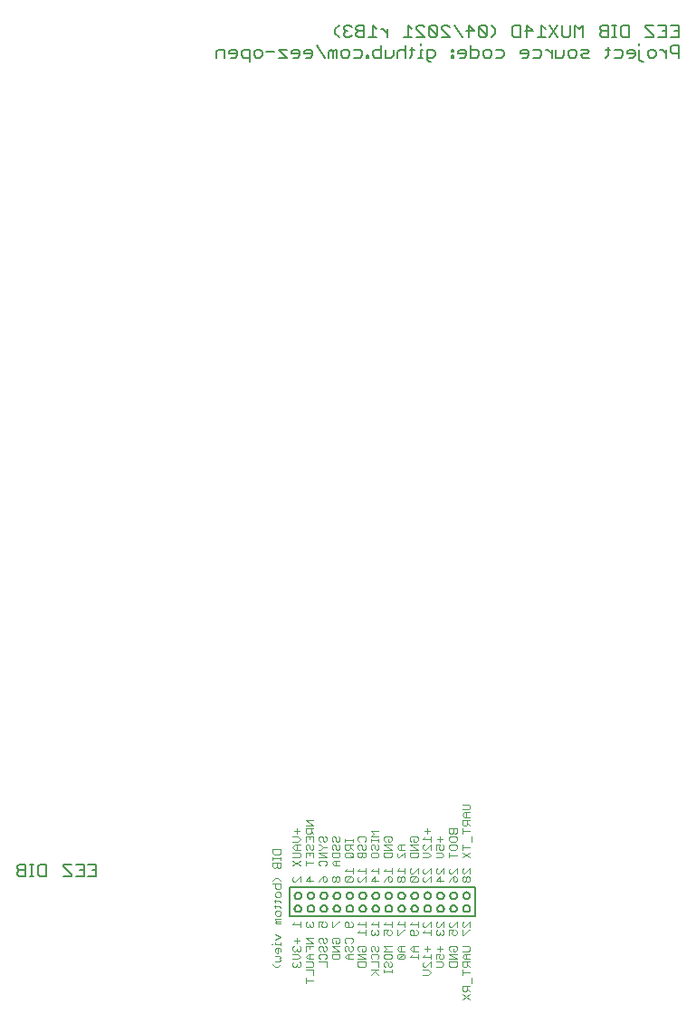
<source format=gbo>
G75*
%MOIN*%
%OFA0B0*%
%FSLAX25Y25*%
%IPPOS*%
%LPD*%
%AMOC8*
5,1,8,0,0,1.08239X$1,22.5*
%
%ADD10C,0.00500*%
%ADD11C,0.00300*%
D10*
X0359846Y0083316D02*
X0360597Y0082565D01*
X0362849Y0082565D01*
X0362849Y0087069D01*
X0360597Y0087069D01*
X0359846Y0086318D01*
X0359846Y0085568D01*
X0360597Y0084817D01*
X0362849Y0084817D01*
X0360597Y0084817D02*
X0359846Y0084066D01*
X0359846Y0083316D01*
X0364417Y0082565D02*
X0365918Y0082565D01*
X0365167Y0082565D02*
X0365167Y0087069D01*
X0364417Y0087069D02*
X0365918Y0087069D01*
X0367519Y0086318D02*
X0368270Y0087069D01*
X0370522Y0087069D01*
X0370522Y0082565D01*
X0368270Y0082565D01*
X0367519Y0083316D01*
X0367519Y0086318D01*
X0376727Y0086318D02*
X0379730Y0083316D01*
X0379730Y0082565D01*
X0376727Y0082565D01*
X0376727Y0086318D02*
X0376727Y0087069D01*
X0379730Y0087069D01*
X0381331Y0087069D02*
X0384334Y0087069D01*
X0384334Y0082565D01*
X0381331Y0082565D01*
X0382832Y0084817D02*
X0384334Y0084817D01*
X0385935Y0087069D02*
X0388938Y0087069D01*
X0388938Y0082565D01*
X0385935Y0082565D01*
X0387436Y0084817D02*
X0388938Y0084817D01*
X0460238Y0078515D02*
X0460238Y0068015D01*
X0528488Y0068015D01*
X0528488Y0078515D01*
X0460238Y0078515D01*
X0461988Y0075540D02*
X0461990Y0075610D01*
X0461996Y0075680D01*
X0462006Y0075749D01*
X0462019Y0075818D01*
X0462037Y0075886D01*
X0462058Y0075953D01*
X0462083Y0076018D01*
X0462112Y0076082D01*
X0462144Y0076145D01*
X0462180Y0076205D01*
X0462219Y0076263D01*
X0462261Y0076319D01*
X0462306Y0076373D01*
X0462354Y0076424D01*
X0462405Y0076472D01*
X0462459Y0076517D01*
X0462515Y0076559D01*
X0462573Y0076598D01*
X0462633Y0076634D01*
X0462696Y0076666D01*
X0462760Y0076695D01*
X0462825Y0076720D01*
X0462892Y0076741D01*
X0462960Y0076759D01*
X0463029Y0076772D01*
X0463098Y0076782D01*
X0463168Y0076788D01*
X0463238Y0076790D01*
X0463308Y0076788D01*
X0463378Y0076782D01*
X0463447Y0076772D01*
X0463516Y0076759D01*
X0463584Y0076741D01*
X0463651Y0076720D01*
X0463716Y0076695D01*
X0463780Y0076666D01*
X0463843Y0076634D01*
X0463903Y0076598D01*
X0463961Y0076559D01*
X0464017Y0076517D01*
X0464071Y0076472D01*
X0464122Y0076424D01*
X0464170Y0076373D01*
X0464215Y0076319D01*
X0464257Y0076263D01*
X0464296Y0076205D01*
X0464332Y0076145D01*
X0464364Y0076082D01*
X0464393Y0076018D01*
X0464418Y0075953D01*
X0464439Y0075886D01*
X0464457Y0075818D01*
X0464470Y0075749D01*
X0464480Y0075680D01*
X0464486Y0075610D01*
X0464488Y0075540D01*
X0464486Y0075470D01*
X0464480Y0075400D01*
X0464470Y0075331D01*
X0464457Y0075262D01*
X0464439Y0075194D01*
X0464418Y0075127D01*
X0464393Y0075062D01*
X0464364Y0074998D01*
X0464332Y0074935D01*
X0464296Y0074875D01*
X0464257Y0074817D01*
X0464215Y0074761D01*
X0464170Y0074707D01*
X0464122Y0074656D01*
X0464071Y0074608D01*
X0464017Y0074563D01*
X0463961Y0074521D01*
X0463903Y0074482D01*
X0463843Y0074446D01*
X0463780Y0074414D01*
X0463716Y0074385D01*
X0463651Y0074360D01*
X0463584Y0074339D01*
X0463516Y0074321D01*
X0463447Y0074308D01*
X0463378Y0074298D01*
X0463308Y0074292D01*
X0463238Y0074290D01*
X0463168Y0074292D01*
X0463098Y0074298D01*
X0463029Y0074308D01*
X0462960Y0074321D01*
X0462892Y0074339D01*
X0462825Y0074360D01*
X0462760Y0074385D01*
X0462696Y0074414D01*
X0462633Y0074446D01*
X0462573Y0074482D01*
X0462515Y0074521D01*
X0462459Y0074563D01*
X0462405Y0074608D01*
X0462354Y0074656D01*
X0462306Y0074707D01*
X0462261Y0074761D01*
X0462219Y0074817D01*
X0462180Y0074875D01*
X0462144Y0074935D01*
X0462112Y0074998D01*
X0462083Y0075062D01*
X0462058Y0075127D01*
X0462037Y0075194D01*
X0462019Y0075262D01*
X0462006Y0075331D01*
X0461996Y0075400D01*
X0461990Y0075470D01*
X0461988Y0075540D01*
X0461988Y0070765D02*
X0461990Y0070835D01*
X0461996Y0070905D01*
X0462006Y0070974D01*
X0462019Y0071043D01*
X0462037Y0071111D01*
X0462058Y0071178D01*
X0462083Y0071243D01*
X0462112Y0071307D01*
X0462144Y0071370D01*
X0462180Y0071430D01*
X0462219Y0071488D01*
X0462261Y0071544D01*
X0462306Y0071598D01*
X0462354Y0071649D01*
X0462405Y0071697D01*
X0462459Y0071742D01*
X0462515Y0071784D01*
X0462573Y0071823D01*
X0462633Y0071859D01*
X0462696Y0071891D01*
X0462760Y0071920D01*
X0462825Y0071945D01*
X0462892Y0071966D01*
X0462960Y0071984D01*
X0463029Y0071997D01*
X0463098Y0072007D01*
X0463168Y0072013D01*
X0463238Y0072015D01*
X0463308Y0072013D01*
X0463378Y0072007D01*
X0463447Y0071997D01*
X0463516Y0071984D01*
X0463584Y0071966D01*
X0463651Y0071945D01*
X0463716Y0071920D01*
X0463780Y0071891D01*
X0463843Y0071859D01*
X0463903Y0071823D01*
X0463961Y0071784D01*
X0464017Y0071742D01*
X0464071Y0071697D01*
X0464122Y0071649D01*
X0464170Y0071598D01*
X0464215Y0071544D01*
X0464257Y0071488D01*
X0464296Y0071430D01*
X0464332Y0071370D01*
X0464364Y0071307D01*
X0464393Y0071243D01*
X0464418Y0071178D01*
X0464439Y0071111D01*
X0464457Y0071043D01*
X0464470Y0070974D01*
X0464480Y0070905D01*
X0464486Y0070835D01*
X0464488Y0070765D01*
X0464486Y0070695D01*
X0464480Y0070625D01*
X0464470Y0070556D01*
X0464457Y0070487D01*
X0464439Y0070419D01*
X0464418Y0070352D01*
X0464393Y0070287D01*
X0464364Y0070223D01*
X0464332Y0070160D01*
X0464296Y0070100D01*
X0464257Y0070042D01*
X0464215Y0069986D01*
X0464170Y0069932D01*
X0464122Y0069881D01*
X0464071Y0069833D01*
X0464017Y0069788D01*
X0463961Y0069746D01*
X0463903Y0069707D01*
X0463843Y0069671D01*
X0463780Y0069639D01*
X0463716Y0069610D01*
X0463651Y0069585D01*
X0463584Y0069564D01*
X0463516Y0069546D01*
X0463447Y0069533D01*
X0463378Y0069523D01*
X0463308Y0069517D01*
X0463238Y0069515D01*
X0463168Y0069517D01*
X0463098Y0069523D01*
X0463029Y0069533D01*
X0462960Y0069546D01*
X0462892Y0069564D01*
X0462825Y0069585D01*
X0462760Y0069610D01*
X0462696Y0069639D01*
X0462633Y0069671D01*
X0462573Y0069707D01*
X0462515Y0069746D01*
X0462459Y0069788D01*
X0462405Y0069833D01*
X0462354Y0069881D01*
X0462306Y0069932D01*
X0462261Y0069986D01*
X0462219Y0070042D01*
X0462180Y0070100D01*
X0462144Y0070160D01*
X0462112Y0070223D01*
X0462083Y0070287D01*
X0462058Y0070352D01*
X0462037Y0070419D01*
X0462019Y0070487D01*
X0462006Y0070556D01*
X0461996Y0070625D01*
X0461990Y0070695D01*
X0461988Y0070765D01*
X0466763Y0070765D02*
X0466765Y0070835D01*
X0466771Y0070905D01*
X0466781Y0070974D01*
X0466794Y0071043D01*
X0466812Y0071111D01*
X0466833Y0071178D01*
X0466858Y0071243D01*
X0466887Y0071307D01*
X0466919Y0071370D01*
X0466955Y0071430D01*
X0466994Y0071488D01*
X0467036Y0071544D01*
X0467081Y0071598D01*
X0467129Y0071649D01*
X0467180Y0071697D01*
X0467234Y0071742D01*
X0467290Y0071784D01*
X0467348Y0071823D01*
X0467408Y0071859D01*
X0467471Y0071891D01*
X0467535Y0071920D01*
X0467600Y0071945D01*
X0467667Y0071966D01*
X0467735Y0071984D01*
X0467804Y0071997D01*
X0467873Y0072007D01*
X0467943Y0072013D01*
X0468013Y0072015D01*
X0468083Y0072013D01*
X0468153Y0072007D01*
X0468222Y0071997D01*
X0468291Y0071984D01*
X0468359Y0071966D01*
X0468426Y0071945D01*
X0468491Y0071920D01*
X0468555Y0071891D01*
X0468618Y0071859D01*
X0468678Y0071823D01*
X0468736Y0071784D01*
X0468792Y0071742D01*
X0468846Y0071697D01*
X0468897Y0071649D01*
X0468945Y0071598D01*
X0468990Y0071544D01*
X0469032Y0071488D01*
X0469071Y0071430D01*
X0469107Y0071370D01*
X0469139Y0071307D01*
X0469168Y0071243D01*
X0469193Y0071178D01*
X0469214Y0071111D01*
X0469232Y0071043D01*
X0469245Y0070974D01*
X0469255Y0070905D01*
X0469261Y0070835D01*
X0469263Y0070765D01*
X0469261Y0070695D01*
X0469255Y0070625D01*
X0469245Y0070556D01*
X0469232Y0070487D01*
X0469214Y0070419D01*
X0469193Y0070352D01*
X0469168Y0070287D01*
X0469139Y0070223D01*
X0469107Y0070160D01*
X0469071Y0070100D01*
X0469032Y0070042D01*
X0468990Y0069986D01*
X0468945Y0069932D01*
X0468897Y0069881D01*
X0468846Y0069833D01*
X0468792Y0069788D01*
X0468736Y0069746D01*
X0468678Y0069707D01*
X0468618Y0069671D01*
X0468555Y0069639D01*
X0468491Y0069610D01*
X0468426Y0069585D01*
X0468359Y0069564D01*
X0468291Y0069546D01*
X0468222Y0069533D01*
X0468153Y0069523D01*
X0468083Y0069517D01*
X0468013Y0069515D01*
X0467943Y0069517D01*
X0467873Y0069523D01*
X0467804Y0069533D01*
X0467735Y0069546D01*
X0467667Y0069564D01*
X0467600Y0069585D01*
X0467535Y0069610D01*
X0467471Y0069639D01*
X0467408Y0069671D01*
X0467348Y0069707D01*
X0467290Y0069746D01*
X0467234Y0069788D01*
X0467180Y0069833D01*
X0467129Y0069881D01*
X0467081Y0069932D01*
X0467036Y0069986D01*
X0466994Y0070042D01*
X0466955Y0070100D01*
X0466919Y0070160D01*
X0466887Y0070223D01*
X0466858Y0070287D01*
X0466833Y0070352D01*
X0466812Y0070419D01*
X0466794Y0070487D01*
X0466781Y0070556D01*
X0466771Y0070625D01*
X0466765Y0070695D01*
X0466763Y0070765D01*
X0466763Y0075540D02*
X0466765Y0075610D01*
X0466771Y0075680D01*
X0466781Y0075749D01*
X0466794Y0075818D01*
X0466812Y0075886D01*
X0466833Y0075953D01*
X0466858Y0076018D01*
X0466887Y0076082D01*
X0466919Y0076145D01*
X0466955Y0076205D01*
X0466994Y0076263D01*
X0467036Y0076319D01*
X0467081Y0076373D01*
X0467129Y0076424D01*
X0467180Y0076472D01*
X0467234Y0076517D01*
X0467290Y0076559D01*
X0467348Y0076598D01*
X0467408Y0076634D01*
X0467471Y0076666D01*
X0467535Y0076695D01*
X0467600Y0076720D01*
X0467667Y0076741D01*
X0467735Y0076759D01*
X0467804Y0076772D01*
X0467873Y0076782D01*
X0467943Y0076788D01*
X0468013Y0076790D01*
X0468083Y0076788D01*
X0468153Y0076782D01*
X0468222Y0076772D01*
X0468291Y0076759D01*
X0468359Y0076741D01*
X0468426Y0076720D01*
X0468491Y0076695D01*
X0468555Y0076666D01*
X0468618Y0076634D01*
X0468678Y0076598D01*
X0468736Y0076559D01*
X0468792Y0076517D01*
X0468846Y0076472D01*
X0468897Y0076424D01*
X0468945Y0076373D01*
X0468990Y0076319D01*
X0469032Y0076263D01*
X0469071Y0076205D01*
X0469107Y0076145D01*
X0469139Y0076082D01*
X0469168Y0076018D01*
X0469193Y0075953D01*
X0469214Y0075886D01*
X0469232Y0075818D01*
X0469245Y0075749D01*
X0469255Y0075680D01*
X0469261Y0075610D01*
X0469263Y0075540D01*
X0469261Y0075470D01*
X0469255Y0075400D01*
X0469245Y0075331D01*
X0469232Y0075262D01*
X0469214Y0075194D01*
X0469193Y0075127D01*
X0469168Y0075062D01*
X0469139Y0074998D01*
X0469107Y0074935D01*
X0469071Y0074875D01*
X0469032Y0074817D01*
X0468990Y0074761D01*
X0468945Y0074707D01*
X0468897Y0074656D01*
X0468846Y0074608D01*
X0468792Y0074563D01*
X0468736Y0074521D01*
X0468678Y0074482D01*
X0468618Y0074446D01*
X0468555Y0074414D01*
X0468491Y0074385D01*
X0468426Y0074360D01*
X0468359Y0074339D01*
X0468291Y0074321D01*
X0468222Y0074308D01*
X0468153Y0074298D01*
X0468083Y0074292D01*
X0468013Y0074290D01*
X0467943Y0074292D01*
X0467873Y0074298D01*
X0467804Y0074308D01*
X0467735Y0074321D01*
X0467667Y0074339D01*
X0467600Y0074360D01*
X0467535Y0074385D01*
X0467471Y0074414D01*
X0467408Y0074446D01*
X0467348Y0074482D01*
X0467290Y0074521D01*
X0467234Y0074563D01*
X0467180Y0074608D01*
X0467129Y0074656D01*
X0467081Y0074707D01*
X0467036Y0074761D01*
X0466994Y0074817D01*
X0466955Y0074875D01*
X0466919Y0074935D01*
X0466887Y0074998D01*
X0466858Y0075062D01*
X0466833Y0075127D01*
X0466812Y0075194D01*
X0466794Y0075262D01*
X0466781Y0075331D01*
X0466771Y0075400D01*
X0466765Y0075470D01*
X0466763Y0075540D01*
X0471538Y0075540D02*
X0471540Y0075610D01*
X0471546Y0075680D01*
X0471556Y0075749D01*
X0471569Y0075818D01*
X0471587Y0075886D01*
X0471608Y0075953D01*
X0471633Y0076018D01*
X0471662Y0076082D01*
X0471694Y0076145D01*
X0471730Y0076205D01*
X0471769Y0076263D01*
X0471811Y0076319D01*
X0471856Y0076373D01*
X0471904Y0076424D01*
X0471955Y0076472D01*
X0472009Y0076517D01*
X0472065Y0076559D01*
X0472123Y0076598D01*
X0472183Y0076634D01*
X0472246Y0076666D01*
X0472310Y0076695D01*
X0472375Y0076720D01*
X0472442Y0076741D01*
X0472510Y0076759D01*
X0472579Y0076772D01*
X0472648Y0076782D01*
X0472718Y0076788D01*
X0472788Y0076790D01*
X0472858Y0076788D01*
X0472928Y0076782D01*
X0472997Y0076772D01*
X0473066Y0076759D01*
X0473134Y0076741D01*
X0473201Y0076720D01*
X0473266Y0076695D01*
X0473330Y0076666D01*
X0473393Y0076634D01*
X0473453Y0076598D01*
X0473511Y0076559D01*
X0473567Y0076517D01*
X0473621Y0076472D01*
X0473672Y0076424D01*
X0473720Y0076373D01*
X0473765Y0076319D01*
X0473807Y0076263D01*
X0473846Y0076205D01*
X0473882Y0076145D01*
X0473914Y0076082D01*
X0473943Y0076018D01*
X0473968Y0075953D01*
X0473989Y0075886D01*
X0474007Y0075818D01*
X0474020Y0075749D01*
X0474030Y0075680D01*
X0474036Y0075610D01*
X0474038Y0075540D01*
X0474036Y0075470D01*
X0474030Y0075400D01*
X0474020Y0075331D01*
X0474007Y0075262D01*
X0473989Y0075194D01*
X0473968Y0075127D01*
X0473943Y0075062D01*
X0473914Y0074998D01*
X0473882Y0074935D01*
X0473846Y0074875D01*
X0473807Y0074817D01*
X0473765Y0074761D01*
X0473720Y0074707D01*
X0473672Y0074656D01*
X0473621Y0074608D01*
X0473567Y0074563D01*
X0473511Y0074521D01*
X0473453Y0074482D01*
X0473393Y0074446D01*
X0473330Y0074414D01*
X0473266Y0074385D01*
X0473201Y0074360D01*
X0473134Y0074339D01*
X0473066Y0074321D01*
X0472997Y0074308D01*
X0472928Y0074298D01*
X0472858Y0074292D01*
X0472788Y0074290D01*
X0472718Y0074292D01*
X0472648Y0074298D01*
X0472579Y0074308D01*
X0472510Y0074321D01*
X0472442Y0074339D01*
X0472375Y0074360D01*
X0472310Y0074385D01*
X0472246Y0074414D01*
X0472183Y0074446D01*
X0472123Y0074482D01*
X0472065Y0074521D01*
X0472009Y0074563D01*
X0471955Y0074608D01*
X0471904Y0074656D01*
X0471856Y0074707D01*
X0471811Y0074761D01*
X0471769Y0074817D01*
X0471730Y0074875D01*
X0471694Y0074935D01*
X0471662Y0074998D01*
X0471633Y0075062D01*
X0471608Y0075127D01*
X0471587Y0075194D01*
X0471569Y0075262D01*
X0471556Y0075331D01*
X0471546Y0075400D01*
X0471540Y0075470D01*
X0471538Y0075540D01*
X0471538Y0070765D02*
X0471540Y0070835D01*
X0471546Y0070905D01*
X0471556Y0070974D01*
X0471569Y0071043D01*
X0471587Y0071111D01*
X0471608Y0071178D01*
X0471633Y0071243D01*
X0471662Y0071307D01*
X0471694Y0071370D01*
X0471730Y0071430D01*
X0471769Y0071488D01*
X0471811Y0071544D01*
X0471856Y0071598D01*
X0471904Y0071649D01*
X0471955Y0071697D01*
X0472009Y0071742D01*
X0472065Y0071784D01*
X0472123Y0071823D01*
X0472183Y0071859D01*
X0472246Y0071891D01*
X0472310Y0071920D01*
X0472375Y0071945D01*
X0472442Y0071966D01*
X0472510Y0071984D01*
X0472579Y0071997D01*
X0472648Y0072007D01*
X0472718Y0072013D01*
X0472788Y0072015D01*
X0472858Y0072013D01*
X0472928Y0072007D01*
X0472997Y0071997D01*
X0473066Y0071984D01*
X0473134Y0071966D01*
X0473201Y0071945D01*
X0473266Y0071920D01*
X0473330Y0071891D01*
X0473393Y0071859D01*
X0473453Y0071823D01*
X0473511Y0071784D01*
X0473567Y0071742D01*
X0473621Y0071697D01*
X0473672Y0071649D01*
X0473720Y0071598D01*
X0473765Y0071544D01*
X0473807Y0071488D01*
X0473846Y0071430D01*
X0473882Y0071370D01*
X0473914Y0071307D01*
X0473943Y0071243D01*
X0473968Y0071178D01*
X0473989Y0071111D01*
X0474007Y0071043D01*
X0474020Y0070974D01*
X0474030Y0070905D01*
X0474036Y0070835D01*
X0474038Y0070765D01*
X0474036Y0070695D01*
X0474030Y0070625D01*
X0474020Y0070556D01*
X0474007Y0070487D01*
X0473989Y0070419D01*
X0473968Y0070352D01*
X0473943Y0070287D01*
X0473914Y0070223D01*
X0473882Y0070160D01*
X0473846Y0070100D01*
X0473807Y0070042D01*
X0473765Y0069986D01*
X0473720Y0069932D01*
X0473672Y0069881D01*
X0473621Y0069833D01*
X0473567Y0069788D01*
X0473511Y0069746D01*
X0473453Y0069707D01*
X0473393Y0069671D01*
X0473330Y0069639D01*
X0473266Y0069610D01*
X0473201Y0069585D01*
X0473134Y0069564D01*
X0473066Y0069546D01*
X0472997Y0069533D01*
X0472928Y0069523D01*
X0472858Y0069517D01*
X0472788Y0069515D01*
X0472718Y0069517D01*
X0472648Y0069523D01*
X0472579Y0069533D01*
X0472510Y0069546D01*
X0472442Y0069564D01*
X0472375Y0069585D01*
X0472310Y0069610D01*
X0472246Y0069639D01*
X0472183Y0069671D01*
X0472123Y0069707D01*
X0472065Y0069746D01*
X0472009Y0069788D01*
X0471955Y0069833D01*
X0471904Y0069881D01*
X0471856Y0069932D01*
X0471811Y0069986D01*
X0471769Y0070042D01*
X0471730Y0070100D01*
X0471694Y0070160D01*
X0471662Y0070223D01*
X0471633Y0070287D01*
X0471608Y0070352D01*
X0471587Y0070419D01*
X0471569Y0070487D01*
X0471556Y0070556D01*
X0471546Y0070625D01*
X0471540Y0070695D01*
X0471538Y0070765D01*
X0476313Y0070765D02*
X0476315Y0070835D01*
X0476321Y0070905D01*
X0476331Y0070974D01*
X0476344Y0071043D01*
X0476362Y0071111D01*
X0476383Y0071178D01*
X0476408Y0071243D01*
X0476437Y0071307D01*
X0476469Y0071370D01*
X0476505Y0071430D01*
X0476544Y0071488D01*
X0476586Y0071544D01*
X0476631Y0071598D01*
X0476679Y0071649D01*
X0476730Y0071697D01*
X0476784Y0071742D01*
X0476840Y0071784D01*
X0476898Y0071823D01*
X0476958Y0071859D01*
X0477021Y0071891D01*
X0477085Y0071920D01*
X0477150Y0071945D01*
X0477217Y0071966D01*
X0477285Y0071984D01*
X0477354Y0071997D01*
X0477423Y0072007D01*
X0477493Y0072013D01*
X0477563Y0072015D01*
X0477633Y0072013D01*
X0477703Y0072007D01*
X0477772Y0071997D01*
X0477841Y0071984D01*
X0477909Y0071966D01*
X0477976Y0071945D01*
X0478041Y0071920D01*
X0478105Y0071891D01*
X0478168Y0071859D01*
X0478228Y0071823D01*
X0478286Y0071784D01*
X0478342Y0071742D01*
X0478396Y0071697D01*
X0478447Y0071649D01*
X0478495Y0071598D01*
X0478540Y0071544D01*
X0478582Y0071488D01*
X0478621Y0071430D01*
X0478657Y0071370D01*
X0478689Y0071307D01*
X0478718Y0071243D01*
X0478743Y0071178D01*
X0478764Y0071111D01*
X0478782Y0071043D01*
X0478795Y0070974D01*
X0478805Y0070905D01*
X0478811Y0070835D01*
X0478813Y0070765D01*
X0478811Y0070695D01*
X0478805Y0070625D01*
X0478795Y0070556D01*
X0478782Y0070487D01*
X0478764Y0070419D01*
X0478743Y0070352D01*
X0478718Y0070287D01*
X0478689Y0070223D01*
X0478657Y0070160D01*
X0478621Y0070100D01*
X0478582Y0070042D01*
X0478540Y0069986D01*
X0478495Y0069932D01*
X0478447Y0069881D01*
X0478396Y0069833D01*
X0478342Y0069788D01*
X0478286Y0069746D01*
X0478228Y0069707D01*
X0478168Y0069671D01*
X0478105Y0069639D01*
X0478041Y0069610D01*
X0477976Y0069585D01*
X0477909Y0069564D01*
X0477841Y0069546D01*
X0477772Y0069533D01*
X0477703Y0069523D01*
X0477633Y0069517D01*
X0477563Y0069515D01*
X0477493Y0069517D01*
X0477423Y0069523D01*
X0477354Y0069533D01*
X0477285Y0069546D01*
X0477217Y0069564D01*
X0477150Y0069585D01*
X0477085Y0069610D01*
X0477021Y0069639D01*
X0476958Y0069671D01*
X0476898Y0069707D01*
X0476840Y0069746D01*
X0476784Y0069788D01*
X0476730Y0069833D01*
X0476679Y0069881D01*
X0476631Y0069932D01*
X0476586Y0069986D01*
X0476544Y0070042D01*
X0476505Y0070100D01*
X0476469Y0070160D01*
X0476437Y0070223D01*
X0476408Y0070287D01*
X0476383Y0070352D01*
X0476362Y0070419D01*
X0476344Y0070487D01*
X0476331Y0070556D01*
X0476321Y0070625D01*
X0476315Y0070695D01*
X0476313Y0070765D01*
X0476313Y0075540D02*
X0476315Y0075610D01*
X0476321Y0075680D01*
X0476331Y0075749D01*
X0476344Y0075818D01*
X0476362Y0075886D01*
X0476383Y0075953D01*
X0476408Y0076018D01*
X0476437Y0076082D01*
X0476469Y0076145D01*
X0476505Y0076205D01*
X0476544Y0076263D01*
X0476586Y0076319D01*
X0476631Y0076373D01*
X0476679Y0076424D01*
X0476730Y0076472D01*
X0476784Y0076517D01*
X0476840Y0076559D01*
X0476898Y0076598D01*
X0476958Y0076634D01*
X0477021Y0076666D01*
X0477085Y0076695D01*
X0477150Y0076720D01*
X0477217Y0076741D01*
X0477285Y0076759D01*
X0477354Y0076772D01*
X0477423Y0076782D01*
X0477493Y0076788D01*
X0477563Y0076790D01*
X0477633Y0076788D01*
X0477703Y0076782D01*
X0477772Y0076772D01*
X0477841Y0076759D01*
X0477909Y0076741D01*
X0477976Y0076720D01*
X0478041Y0076695D01*
X0478105Y0076666D01*
X0478168Y0076634D01*
X0478228Y0076598D01*
X0478286Y0076559D01*
X0478342Y0076517D01*
X0478396Y0076472D01*
X0478447Y0076424D01*
X0478495Y0076373D01*
X0478540Y0076319D01*
X0478582Y0076263D01*
X0478621Y0076205D01*
X0478657Y0076145D01*
X0478689Y0076082D01*
X0478718Y0076018D01*
X0478743Y0075953D01*
X0478764Y0075886D01*
X0478782Y0075818D01*
X0478795Y0075749D01*
X0478805Y0075680D01*
X0478811Y0075610D01*
X0478813Y0075540D01*
X0478811Y0075470D01*
X0478805Y0075400D01*
X0478795Y0075331D01*
X0478782Y0075262D01*
X0478764Y0075194D01*
X0478743Y0075127D01*
X0478718Y0075062D01*
X0478689Y0074998D01*
X0478657Y0074935D01*
X0478621Y0074875D01*
X0478582Y0074817D01*
X0478540Y0074761D01*
X0478495Y0074707D01*
X0478447Y0074656D01*
X0478396Y0074608D01*
X0478342Y0074563D01*
X0478286Y0074521D01*
X0478228Y0074482D01*
X0478168Y0074446D01*
X0478105Y0074414D01*
X0478041Y0074385D01*
X0477976Y0074360D01*
X0477909Y0074339D01*
X0477841Y0074321D01*
X0477772Y0074308D01*
X0477703Y0074298D01*
X0477633Y0074292D01*
X0477563Y0074290D01*
X0477493Y0074292D01*
X0477423Y0074298D01*
X0477354Y0074308D01*
X0477285Y0074321D01*
X0477217Y0074339D01*
X0477150Y0074360D01*
X0477085Y0074385D01*
X0477021Y0074414D01*
X0476958Y0074446D01*
X0476898Y0074482D01*
X0476840Y0074521D01*
X0476784Y0074563D01*
X0476730Y0074608D01*
X0476679Y0074656D01*
X0476631Y0074707D01*
X0476586Y0074761D01*
X0476544Y0074817D01*
X0476505Y0074875D01*
X0476469Y0074935D01*
X0476437Y0074998D01*
X0476408Y0075062D01*
X0476383Y0075127D01*
X0476362Y0075194D01*
X0476344Y0075262D01*
X0476331Y0075331D01*
X0476321Y0075400D01*
X0476315Y0075470D01*
X0476313Y0075540D01*
X0481088Y0075540D02*
X0481090Y0075610D01*
X0481096Y0075680D01*
X0481106Y0075749D01*
X0481119Y0075818D01*
X0481137Y0075886D01*
X0481158Y0075953D01*
X0481183Y0076018D01*
X0481212Y0076082D01*
X0481244Y0076145D01*
X0481280Y0076205D01*
X0481319Y0076263D01*
X0481361Y0076319D01*
X0481406Y0076373D01*
X0481454Y0076424D01*
X0481505Y0076472D01*
X0481559Y0076517D01*
X0481615Y0076559D01*
X0481673Y0076598D01*
X0481733Y0076634D01*
X0481796Y0076666D01*
X0481860Y0076695D01*
X0481925Y0076720D01*
X0481992Y0076741D01*
X0482060Y0076759D01*
X0482129Y0076772D01*
X0482198Y0076782D01*
X0482268Y0076788D01*
X0482338Y0076790D01*
X0482408Y0076788D01*
X0482478Y0076782D01*
X0482547Y0076772D01*
X0482616Y0076759D01*
X0482684Y0076741D01*
X0482751Y0076720D01*
X0482816Y0076695D01*
X0482880Y0076666D01*
X0482943Y0076634D01*
X0483003Y0076598D01*
X0483061Y0076559D01*
X0483117Y0076517D01*
X0483171Y0076472D01*
X0483222Y0076424D01*
X0483270Y0076373D01*
X0483315Y0076319D01*
X0483357Y0076263D01*
X0483396Y0076205D01*
X0483432Y0076145D01*
X0483464Y0076082D01*
X0483493Y0076018D01*
X0483518Y0075953D01*
X0483539Y0075886D01*
X0483557Y0075818D01*
X0483570Y0075749D01*
X0483580Y0075680D01*
X0483586Y0075610D01*
X0483588Y0075540D01*
X0483586Y0075470D01*
X0483580Y0075400D01*
X0483570Y0075331D01*
X0483557Y0075262D01*
X0483539Y0075194D01*
X0483518Y0075127D01*
X0483493Y0075062D01*
X0483464Y0074998D01*
X0483432Y0074935D01*
X0483396Y0074875D01*
X0483357Y0074817D01*
X0483315Y0074761D01*
X0483270Y0074707D01*
X0483222Y0074656D01*
X0483171Y0074608D01*
X0483117Y0074563D01*
X0483061Y0074521D01*
X0483003Y0074482D01*
X0482943Y0074446D01*
X0482880Y0074414D01*
X0482816Y0074385D01*
X0482751Y0074360D01*
X0482684Y0074339D01*
X0482616Y0074321D01*
X0482547Y0074308D01*
X0482478Y0074298D01*
X0482408Y0074292D01*
X0482338Y0074290D01*
X0482268Y0074292D01*
X0482198Y0074298D01*
X0482129Y0074308D01*
X0482060Y0074321D01*
X0481992Y0074339D01*
X0481925Y0074360D01*
X0481860Y0074385D01*
X0481796Y0074414D01*
X0481733Y0074446D01*
X0481673Y0074482D01*
X0481615Y0074521D01*
X0481559Y0074563D01*
X0481505Y0074608D01*
X0481454Y0074656D01*
X0481406Y0074707D01*
X0481361Y0074761D01*
X0481319Y0074817D01*
X0481280Y0074875D01*
X0481244Y0074935D01*
X0481212Y0074998D01*
X0481183Y0075062D01*
X0481158Y0075127D01*
X0481137Y0075194D01*
X0481119Y0075262D01*
X0481106Y0075331D01*
X0481096Y0075400D01*
X0481090Y0075470D01*
X0481088Y0075540D01*
X0481088Y0070765D02*
X0481090Y0070835D01*
X0481096Y0070905D01*
X0481106Y0070974D01*
X0481119Y0071043D01*
X0481137Y0071111D01*
X0481158Y0071178D01*
X0481183Y0071243D01*
X0481212Y0071307D01*
X0481244Y0071370D01*
X0481280Y0071430D01*
X0481319Y0071488D01*
X0481361Y0071544D01*
X0481406Y0071598D01*
X0481454Y0071649D01*
X0481505Y0071697D01*
X0481559Y0071742D01*
X0481615Y0071784D01*
X0481673Y0071823D01*
X0481733Y0071859D01*
X0481796Y0071891D01*
X0481860Y0071920D01*
X0481925Y0071945D01*
X0481992Y0071966D01*
X0482060Y0071984D01*
X0482129Y0071997D01*
X0482198Y0072007D01*
X0482268Y0072013D01*
X0482338Y0072015D01*
X0482408Y0072013D01*
X0482478Y0072007D01*
X0482547Y0071997D01*
X0482616Y0071984D01*
X0482684Y0071966D01*
X0482751Y0071945D01*
X0482816Y0071920D01*
X0482880Y0071891D01*
X0482943Y0071859D01*
X0483003Y0071823D01*
X0483061Y0071784D01*
X0483117Y0071742D01*
X0483171Y0071697D01*
X0483222Y0071649D01*
X0483270Y0071598D01*
X0483315Y0071544D01*
X0483357Y0071488D01*
X0483396Y0071430D01*
X0483432Y0071370D01*
X0483464Y0071307D01*
X0483493Y0071243D01*
X0483518Y0071178D01*
X0483539Y0071111D01*
X0483557Y0071043D01*
X0483570Y0070974D01*
X0483580Y0070905D01*
X0483586Y0070835D01*
X0483588Y0070765D01*
X0483586Y0070695D01*
X0483580Y0070625D01*
X0483570Y0070556D01*
X0483557Y0070487D01*
X0483539Y0070419D01*
X0483518Y0070352D01*
X0483493Y0070287D01*
X0483464Y0070223D01*
X0483432Y0070160D01*
X0483396Y0070100D01*
X0483357Y0070042D01*
X0483315Y0069986D01*
X0483270Y0069932D01*
X0483222Y0069881D01*
X0483171Y0069833D01*
X0483117Y0069788D01*
X0483061Y0069746D01*
X0483003Y0069707D01*
X0482943Y0069671D01*
X0482880Y0069639D01*
X0482816Y0069610D01*
X0482751Y0069585D01*
X0482684Y0069564D01*
X0482616Y0069546D01*
X0482547Y0069533D01*
X0482478Y0069523D01*
X0482408Y0069517D01*
X0482338Y0069515D01*
X0482268Y0069517D01*
X0482198Y0069523D01*
X0482129Y0069533D01*
X0482060Y0069546D01*
X0481992Y0069564D01*
X0481925Y0069585D01*
X0481860Y0069610D01*
X0481796Y0069639D01*
X0481733Y0069671D01*
X0481673Y0069707D01*
X0481615Y0069746D01*
X0481559Y0069788D01*
X0481505Y0069833D01*
X0481454Y0069881D01*
X0481406Y0069932D01*
X0481361Y0069986D01*
X0481319Y0070042D01*
X0481280Y0070100D01*
X0481244Y0070160D01*
X0481212Y0070223D01*
X0481183Y0070287D01*
X0481158Y0070352D01*
X0481137Y0070419D01*
X0481119Y0070487D01*
X0481106Y0070556D01*
X0481096Y0070625D01*
X0481090Y0070695D01*
X0481088Y0070765D01*
X0485863Y0070765D02*
X0485865Y0070835D01*
X0485871Y0070905D01*
X0485881Y0070974D01*
X0485894Y0071043D01*
X0485912Y0071111D01*
X0485933Y0071178D01*
X0485958Y0071243D01*
X0485987Y0071307D01*
X0486019Y0071370D01*
X0486055Y0071430D01*
X0486094Y0071488D01*
X0486136Y0071544D01*
X0486181Y0071598D01*
X0486229Y0071649D01*
X0486280Y0071697D01*
X0486334Y0071742D01*
X0486390Y0071784D01*
X0486448Y0071823D01*
X0486508Y0071859D01*
X0486571Y0071891D01*
X0486635Y0071920D01*
X0486700Y0071945D01*
X0486767Y0071966D01*
X0486835Y0071984D01*
X0486904Y0071997D01*
X0486973Y0072007D01*
X0487043Y0072013D01*
X0487113Y0072015D01*
X0487183Y0072013D01*
X0487253Y0072007D01*
X0487322Y0071997D01*
X0487391Y0071984D01*
X0487459Y0071966D01*
X0487526Y0071945D01*
X0487591Y0071920D01*
X0487655Y0071891D01*
X0487718Y0071859D01*
X0487778Y0071823D01*
X0487836Y0071784D01*
X0487892Y0071742D01*
X0487946Y0071697D01*
X0487997Y0071649D01*
X0488045Y0071598D01*
X0488090Y0071544D01*
X0488132Y0071488D01*
X0488171Y0071430D01*
X0488207Y0071370D01*
X0488239Y0071307D01*
X0488268Y0071243D01*
X0488293Y0071178D01*
X0488314Y0071111D01*
X0488332Y0071043D01*
X0488345Y0070974D01*
X0488355Y0070905D01*
X0488361Y0070835D01*
X0488363Y0070765D01*
X0488361Y0070695D01*
X0488355Y0070625D01*
X0488345Y0070556D01*
X0488332Y0070487D01*
X0488314Y0070419D01*
X0488293Y0070352D01*
X0488268Y0070287D01*
X0488239Y0070223D01*
X0488207Y0070160D01*
X0488171Y0070100D01*
X0488132Y0070042D01*
X0488090Y0069986D01*
X0488045Y0069932D01*
X0487997Y0069881D01*
X0487946Y0069833D01*
X0487892Y0069788D01*
X0487836Y0069746D01*
X0487778Y0069707D01*
X0487718Y0069671D01*
X0487655Y0069639D01*
X0487591Y0069610D01*
X0487526Y0069585D01*
X0487459Y0069564D01*
X0487391Y0069546D01*
X0487322Y0069533D01*
X0487253Y0069523D01*
X0487183Y0069517D01*
X0487113Y0069515D01*
X0487043Y0069517D01*
X0486973Y0069523D01*
X0486904Y0069533D01*
X0486835Y0069546D01*
X0486767Y0069564D01*
X0486700Y0069585D01*
X0486635Y0069610D01*
X0486571Y0069639D01*
X0486508Y0069671D01*
X0486448Y0069707D01*
X0486390Y0069746D01*
X0486334Y0069788D01*
X0486280Y0069833D01*
X0486229Y0069881D01*
X0486181Y0069932D01*
X0486136Y0069986D01*
X0486094Y0070042D01*
X0486055Y0070100D01*
X0486019Y0070160D01*
X0485987Y0070223D01*
X0485958Y0070287D01*
X0485933Y0070352D01*
X0485912Y0070419D01*
X0485894Y0070487D01*
X0485881Y0070556D01*
X0485871Y0070625D01*
X0485865Y0070695D01*
X0485863Y0070765D01*
X0485863Y0075540D02*
X0485865Y0075610D01*
X0485871Y0075680D01*
X0485881Y0075749D01*
X0485894Y0075818D01*
X0485912Y0075886D01*
X0485933Y0075953D01*
X0485958Y0076018D01*
X0485987Y0076082D01*
X0486019Y0076145D01*
X0486055Y0076205D01*
X0486094Y0076263D01*
X0486136Y0076319D01*
X0486181Y0076373D01*
X0486229Y0076424D01*
X0486280Y0076472D01*
X0486334Y0076517D01*
X0486390Y0076559D01*
X0486448Y0076598D01*
X0486508Y0076634D01*
X0486571Y0076666D01*
X0486635Y0076695D01*
X0486700Y0076720D01*
X0486767Y0076741D01*
X0486835Y0076759D01*
X0486904Y0076772D01*
X0486973Y0076782D01*
X0487043Y0076788D01*
X0487113Y0076790D01*
X0487183Y0076788D01*
X0487253Y0076782D01*
X0487322Y0076772D01*
X0487391Y0076759D01*
X0487459Y0076741D01*
X0487526Y0076720D01*
X0487591Y0076695D01*
X0487655Y0076666D01*
X0487718Y0076634D01*
X0487778Y0076598D01*
X0487836Y0076559D01*
X0487892Y0076517D01*
X0487946Y0076472D01*
X0487997Y0076424D01*
X0488045Y0076373D01*
X0488090Y0076319D01*
X0488132Y0076263D01*
X0488171Y0076205D01*
X0488207Y0076145D01*
X0488239Y0076082D01*
X0488268Y0076018D01*
X0488293Y0075953D01*
X0488314Y0075886D01*
X0488332Y0075818D01*
X0488345Y0075749D01*
X0488355Y0075680D01*
X0488361Y0075610D01*
X0488363Y0075540D01*
X0488361Y0075470D01*
X0488355Y0075400D01*
X0488345Y0075331D01*
X0488332Y0075262D01*
X0488314Y0075194D01*
X0488293Y0075127D01*
X0488268Y0075062D01*
X0488239Y0074998D01*
X0488207Y0074935D01*
X0488171Y0074875D01*
X0488132Y0074817D01*
X0488090Y0074761D01*
X0488045Y0074707D01*
X0487997Y0074656D01*
X0487946Y0074608D01*
X0487892Y0074563D01*
X0487836Y0074521D01*
X0487778Y0074482D01*
X0487718Y0074446D01*
X0487655Y0074414D01*
X0487591Y0074385D01*
X0487526Y0074360D01*
X0487459Y0074339D01*
X0487391Y0074321D01*
X0487322Y0074308D01*
X0487253Y0074298D01*
X0487183Y0074292D01*
X0487113Y0074290D01*
X0487043Y0074292D01*
X0486973Y0074298D01*
X0486904Y0074308D01*
X0486835Y0074321D01*
X0486767Y0074339D01*
X0486700Y0074360D01*
X0486635Y0074385D01*
X0486571Y0074414D01*
X0486508Y0074446D01*
X0486448Y0074482D01*
X0486390Y0074521D01*
X0486334Y0074563D01*
X0486280Y0074608D01*
X0486229Y0074656D01*
X0486181Y0074707D01*
X0486136Y0074761D01*
X0486094Y0074817D01*
X0486055Y0074875D01*
X0486019Y0074935D01*
X0485987Y0074998D01*
X0485958Y0075062D01*
X0485933Y0075127D01*
X0485912Y0075194D01*
X0485894Y0075262D01*
X0485881Y0075331D01*
X0485871Y0075400D01*
X0485865Y0075470D01*
X0485863Y0075540D01*
X0490638Y0075540D02*
X0490640Y0075610D01*
X0490646Y0075680D01*
X0490656Y0075749D01*
X0490669Y0075818D01*
X0490687Y0075886D01*
X0490708Y0075953D01*
X0490733Y0076018D01*
X0490762Y0076082D01*
X0490794Y0076145D01*
X0490830Y0076205D01*
X0490869Y0076263D01*
X0490911Y0076319D01*
X0490956Y0076373D01*
X0491004Y0076424D01*
X0491055Y0076472D01*
X0491109Y0076517D01*
X0491165Y0076559D01*
X0491223Y0076598D01*
X0491283Y0076634D01*
X0491346Y0076666D01*
X0491410Y0076695D01*
X0491475Y0076720D01*
X0491542Y0076741D01*
X0491610Y0076759D01*
X0491679Y0076772D01*
X0491748Y0076782D01*
X0491818Y0076788D01*
X0491888Y0076790D01*
X0491958Y0076788D01*
X0492028Y0076782D01*
X0492097Y0076772D01*
X0492166Y0076759D01*
X0492234Y0076741D01*
X0492301Y0076720D01*
X0492366Y0076695D01*
X0492430Y0076666D01*
X0492493Y0076634D01*
X0492553Y0076598D01*
X0492611Y0076559D01*
X0492667Y0076517D01*
X0492721Y0076472D01*
X0492772Y0076424D01*
X0492820Y0076373D01*
X0492865Y0076319D01*
X0492907Y0076263D01*
X0492946Y0076205D01*
X0492982Y0076145D01*
X0493014Y0076082D01*
X0493043Y0076018D01*
X0493068Y0075953D01*
X0493089Y0075886D01*
X0493107Y0075818D01*
X0493120Y0075749D01*
X0493130Y0075680D01*
X0493136Y0075610D01*
X0493138Y0075540D01*
X0493136Y0075470D01*
X0493130Y0075400D01*
X0493120Y0075331D01*
X0493107Y0075262D01*
X0493089Y0075194D01*
X0493068Y0075127D01*
X0493043Y0075062D01*
X0493014Y0074998D01*
X0492982Y0074935D01*
X0492946Y0074875D01*
X0492907Y0074817D01*
X0492865Y0074761D01*
X0492820Y0074707D01*
X0492772Y0074656D01*
X0492721Y0074608D01*
X0492667Y0074563D01*
X0492611Y0074521D01*
X0492553Y0074482D01*
X0492493Y0074446D01*
X0492430Y0074414D01*
X0492366Y0074385D01*
X0492301Y0074360D01*
X0492234Y0074339D01*
X0492166Y0074321D01*
X0492097Y0074308D01*
X0492028Y0074298D01*
X0491958Y0074292D01*
X0491888Y0074290D01*
X0491818Y0074292D01*
X0491748Y0074298D01*
X0491679Y0074308D01*
X0491610Y0074321D01*
X0491542Y0074339D01*
X0491475Y0074360D01*
X0491410Y0074385D01*
X0491346Y0074414D01*
X0491283Y0074446D01*
X0491223Y0074482D01*
X0491165Y0074521D01*
X0491109Y0074563D01*
X0491055Y0074608D01*
X0491004Y0074656D01*
X0490956Y0074707D01*
X0490911Y0074761D01*
X0490869Y0074817D01*
X0490830Y0074875D01*
X0490794Y0074935D01*
X0490762Y0074998D01*
X0490733Y0075062D01*
X0490708Y0075127D01*
X0490687Y0075194D01*
X0490669Y0075262D01*
X0490656Y0075331D01*
X0490646Y0075400D01*
X0490640Y0075470D01*
X0490638Y0075540D01*
X0490638Y0070765D02*
X0490640Y0070835D01*
X0490646Y0070905D01*
X0490656Y0070974D01*
X0490669Y0071043D01*
X0490687Y0071111D01*
X0490708Y0071178D01*
X0490733Y0071243D01*
X0490762Y0071307D01*
X0490794Y0071370D01*
X0490830Y0071430D01*
X0490869Y0071488D01*
X0490911Y0071544D01*
X0490956Y0071598D01*
X0491004Y0071649D01*
X0491055Y0071697D01*
X0491109Y0071742D01*
X0491165Y0071784D01*
X0491223Y0071823D01*
X0491283Y0071859D01*
X0491346Y0071891D01*
X0491410Y0071920D01*
X0491475Y0071945D01*
X0491542Y0071966D01*
X0491610Y0071984D01*
X0491679Y0071997D01*
X0491748Y0072007D01*
X0491818Y0072013D01*
X0491888Y0072015D01*
X0491958Y0072013D01*
X0492028Y0072007D01*
X0492097Y0071997D01*
X0492166Y0071984D01*
X0492234Y0071966D01*
X0492301Y0071945D01*
X0492366Y0071920D01*
X0492430Y0071891D01*
X0492493Y0071859D01*
X0492553Y0071823D01*
X0492611Y0071784D01*
X0492667Y0071742D01*
X0492721Y0071697D01*
X0492772Y0071649D01*
X0492820Y0071598D01*
X0492865Y0071544D01*
X0492907Y0071488D01*
X0492946Y0071430D01*
X0492982Y0071370D01*
X0493014Y0071307D01*
X0493043Y0071243D01*
X0493068Y0071178D01*
X0493089Y0071111D01*
X0493107Y0071043D01*
X0493120Y0070974D01*
X0493130Y0070905D01*
X0493136Y0070835D01*
X0493138Y0070765D01*
X0493136Y0070695D01*
X0493130Y0070625D01*
X0493120Y0070556D01*
X0493107Y0070487D01*
X0493089Y0070419D01*
X0493068Y0070352D01*
X0493043Y0070287D01*
X0493014Y0070223D01*
X0492982Y0070160D01*
X0492946Y0070100D01*
X0492907Y0070042D01*
X0492865Y0069986D01*
X0492820Y0069932D01*
X0492772Y0069881D01*
X0492721Y0069833D01*
X0492667Y0069788D01*
X0492611Y0069746D01*
X0492553Y0069707D01*
X0492493Y0069671D01*
X0492430Y0069639D01*
X0492366Y0069610D01*
X0492301Y0069585D01*
X0492234Y0069564D01*
X0492166Y0069546D01*
X0492097Y0069533D01*
X0492028Y0069523D01*
X0491958Y0069517D01*
X0491888Y0069515D01*
X0491818Y0069517D01*
X0491748Y0069523D01*
X0491679Y0069533D01*
X0491610Y0069546D01*
X0491542Y0069564D01*
X0491475Y0069585D01*
X0491410Y0069610D01*
X0491346Y0069639D01*
X0491283Y0069671D01*
X0491223Y0069707D01*
X0491165Y0069746D01*
X0491109Y0069788D01*
X0491055Y0069833D01*
X0491004Y0069881D01*
X0490956Y0069932D01*
X0490911Y0069986D01*
X0490869Y0070042D01*
X0490830Y0070100D01*
X0490794Y0070160D01*
X0490762Y0070223D01*
X0490733Y0070287D01*
X0490708Y0070352D01*
X0490687Y0070419D01*
X0490669Y0070487D01*
X0490656Y0070556D01*
X0490646Y0070625D01*
X0490640Y0070695D01*
X0490638Y0070765D01*
X0495413Y0070765D02*
X0495415Y0070835D01*
X0495421Y0070905D01*
X0495431Y0070974D01*
X0495444Y0071043D01*
X0495462Y0071111D01*
X0495483Y0071178D01*
X0495508Y0071243D01*
X0495537Y0071307D01*
X0495569Y0071370D01*
X0495605Y0071430D01*
X0495644Y0071488D01*
X0495686Y0071544D01*
X0495731Y0071598D01*
X0495779Y0071649D01*
X0495830Y0071697D01*
X0495884Y0071742D01*
X0495940Y0071784D01*
X0495998Y0071823D01*
X0496058Y0071859D01*
X0496121Y0071891D01*
X0496185Y0071920D01*
X0496250Y0071945D01*
X0496317Y0071966D01*
X0496385Y0071984D01*
X0496454Y0071997D01*
X0496523Y0072007D01*
X0496593Y0072013D01*
X0496663Y0072015D01*
X0496733Y0072013D01*
X0496803Y0072007D01*
X0496872Y0071997D01*
X0496941Y0071984D01*
X0497009Y0071966D01*
X0497076Y0071945D01*
X0497141Y0071920D01*
X0497205Y0071891D01*
X0497268Y0071859D01*
X0497328Y0071823D01*
X0497386Y0071784D01*
X0497442Y0071742D01*
X0497496Y0071697D01*
X0497547Y0071649D01*
X0497595Y0071598D01*
X0497640Y0071544D01*
X0497682Y0071488D01*
X0497721Y0071430D01*
X0497757Y0071370D01*
X0497789Y0071307D01*
X0497818Y0071243D01*
X0497843Y0071178D01*
X0497864Y0071111D01*
X0497882Y0071043D01*
X0497895Y0070974D01*
X0497905Y0070905D01*
X0497911Y0070835D01*
X0497913Y0070765D01*
X0497911Y0070695D01*
X0497905Y0070625D01*
X0497895Y0070556D01*
X0497882Y0070487D01*
X0497864Y0070419D01*
X0497843Y0070352D01*
X0497818Y0070287D01*
X0497789Y0070223D01*
X0497757Y0070160D01*
X0497721Y0070100D01*
X0497682Y0070042D01*
X0497640Y0069986D01*
X0497595Y0069932D01*
X0497547Y0069881D01*
X0497496Y0069833D01*
X0497442Y0069788D01*
X0497386Y0069746D01*
X0497328Y0069707D01*
X0497268Y0069671D01*
X0497205Y0069639D01*
X0497141Y0069610D01*
X0497076Y0069585D01*
X0497009Y0069564D01*
X0496941Y0069546D01*
X0496872Y0069533D01*
X0496803Y0069523D01*
X0496733Y0069517D01*
X0496663Y0069515D01*
X0496593Y0069517D01*
X0496523Y0069523D01*
X0496454Y0069533D01*
X0496385Y0069546D01*
X0496317Y0069564D01*
X0496250Y0069585D01*
X0496185Y0069610D01*
X0496121Y0069639D01*
X0496058Y0069671D01*
X0495998Y0069707D01*
X0495940Y0069746D01*
X0495884Y0069788D01*
X0495830Y0069833D01*
X0495779Y0069881D01*
X0495731Y0069932D01*
X0495686Y0069986D01*
X0495644Y0070042D01*
X0495605Y0070100D01*
X0495569Y0070160D01*
X0495537Y0070223D01*
X0495508Y0070287D01*
X0495483Y0070352D01*
X0495462Y0070419D01*
X0495444Y0070487D01*
X0495431Y0070556D01*
X0495421Y0070625D01*
X0495415Y0070695D01*
X0495413Y0070765D01*
X0495413Y0075540D02*
X0495415Y0075610D01*
X0495421Y0075680D01*
X0495431Y0075749D01*
X0495444Y0075818D01*
X0495462Y0075886D01*
X0495483Y0075953D01*
X0495508Y0076018D01*
X0495537Y0076082D01*
X0495569Y0076145D01*
X0495605Y0076205D01*
X0495644Y0076263D01*
X0495686Y0076319D01*
X0495731Y0076373D01*
X0495779Y0076424D01*
X0495830Y0076472D01*
X0495884Y0076517D01*
X0495940Y0076559D01*
X0495998Y0076598D01*
X0496058Y0076634D01*
X0496121Y0076666D01*
X0496185Y0076695D01*
X0496250Y0076720D01*
X0496317Y0076741D01*
X0496385Y0076759D01*
X0496454Y0076772D01*
X0496523Y0076782D01*
X0496593Y0076788D01*
X0496663Y0076790D01*
X0496733Y0076788D01*
X0496803Y0076782D01*
X0496872Y0076772D01*
X0496941Y0076759D01*
X0497009Y0076741D01*
X0497076Y0076720D01*
X0497141Y0076695D01*
X0497205Y0076666D01*
X0497268Y0076634D01*
X0497328Y0076598D01*
X0497386Y0076559D01*
X0497442Y0076517D01*
X0497496Y0076472D01*
X0497547Y0076424D01*
X0497595Y0076373D01*
X0497640Y0076319D01*
X0497682Y0076263D01*
X0497721Y0076205D01*
X0497757Y0076145D01*
X0497789Y0076082D01*
X0497818Y0076018D01*
X0497843Y0075953D01*
X0497864Y0075886D01*
X0497882Y0075818D01*
X0497895Y0075749D01*
X0497905Y0075680D01*
X0497911Y0075610D01*
X0497913Y0075540D01*
X0497911Y0075470D01*
X0497905Y0075400D01*
X0497895Y0075331D01*
X0497882Y0075262D01*
X0497864Y0075194D01*
X0497843Y0075127D01*
X0497818Y0075062D01*
X0497789Y0074998D01*
X0497757Y0074935D01*
X0497721Y0074875D01*
X0497682Y0074817D01*
X0497640Y0074761D01*
X0497595Y0074707D01*
X0497547Y0074656D01*
X0497496Y0074608D01*
X0497442Y0074563D01*
X0497386Y0074521D01*
X0497328Y0074482D01*
X0497268Y0074446D01*
X0497205Y0074414D01*
X0497141Y0074385D01*
X0497076Y0074360D01*
X0497009Y0074339D01*
X0496941Y0074321D01*
X0496872Y0074308D01*
X0496803Y0074298D01*
X0496733Y0074292D01*
X0496663Y0074290D01*
X0496593Y0074292D01*
X0496523Y0074298D01*
X0496454Y0074308D01*
X0496385Y0074321D01*
X0496317Y0074339D01*
X0496250Y0074360D01*
X0496185Y0074385D01*
X0496121Y0074414D01*
X0496058Y0074446D01*
X0495998Y0074482D01*
X0495940Y0074521D01*
X0495884Y0074563D01*
X0495830Y0074608D01*
X0495779Y0074656D01*
X0495731Y0074707D01*
X0495686Y0074761D01*
X0495644Y0074817D01*
X0495605Y0074875D01*
X0495569Y0074935D01*
X0495537Y0074998D01*
X0495508Y0075062D01*
X0495483Y0075127D01*
X0495462Y0075194D01*
X0495444Y0075262D01*
X0495431Y0075331D01*
X0495421Y0075400D01*
X0495415Y0075470D01*
X0495413Y0075540D01*
X0500188Y0075540D02*
X0500190Y0075610D01*
X0500196Y0075680D01*
X0500206Y0075749D01*
X0500219Y0075818D01*
X0500237Y0075886D01*
X0500258Y0075953D01*
X0500283Y0076018D01*
X0500312Y0076082D01*
X0500344Y0076145D01*
X0500380Y0076205D01*
X0500419Y0076263D01*
X0500461Y0076319D01*
X0500506Y0076373D01*
X0500554Y0076424D01*
X0500605Y0076472D01*
X0500659Y0076517D01*
X0500715Y0076559D01*
X0500773Y0076598D01*
X0500833Y0076634D01*
X0500896Y0076666D01*
X0500960Y0076695D01*
X0501025Y0076720D01*
X0501092Y0076741D01*
X0501160Y0076759D01*
X0501229Y0076772D01*
X0501298Y0076782D01*
X0501368Y0076788D01*
X0501438Y0076790D01*
X0501508Y0076788D01*
X0501578Y0076782D01*
X0501647Y0076772D01*
X0501716Y0076759D01*
X0501784Y0076741D01*
X0501851Y0076720D01*
X0501916Y0076695D01*
X0501980Y0076666D01*
X0502043Y0076634D01*
X0502103Y0076598D01*
X0502161Y0076559D01*
X0502217Y0076517D01*
X0502271Y0076472D01*
X0502322Y0076424D01*
X0502370Y0076373D01*
X0502415Y0076319D01*
X0502457Y0076263D01*
X0502496Y0076205D01*
X0502532Y0076145D01*
X0502564Y0076082D01*
X0502593Y0076018D01*
X0502618Y0075953D01*
X0502639Y0075886D01*
X0502657Y0075818D01*
X0502670Y0075749D01*
X0502680Y0075680D01*
X0502686Y0075610D01*
X0502688Y0075540D01*
X0502686Y0075470D01*
X0502680Y0075400D01*
X0502670Y0075331D01*
X0502657Y0075262D01*
X0502639Y0075194D01*
X0502618Y0075127D01*
X0502593Y0075062D01*
X0502564Y0074998D01*
X0502532Y0074935D01*
X0502496Y0074875D01*
X0502457Y0074817D01*
X0502415Y0074761D01*
X0502370Y0074707D01*
X0502322Y0074656D01*
X0502271Y0074608D01*
X0502217Y0074563D01*
X0502161Y0074521D01*
X0502103Y0074482D01*
X0502043Y0074446D01*
X0501980Y0074414D01*
X0501916Y0074385D01*
X0501851Y0074360D01*
X0501784Y0074339D01*
X0501716Y0074321D01*
X0501647Y0074308D01*
X0501578Y0074298D01*
X0501508Y0074292D01*
X0501438Y0074290D01*
X0501368Y0074292D01*
X0501298Y0074298D01*
X0501229Y0074308D01*
X0501160Y0074321D01*
X0501092Y0074339D01*
X0501025Y0074360D01*
X0500960Y0074385D01*
X0500896Y0074414D01*
X0500833Y0074446D01*
X0500773Y0074482D01*
X0500715Y0074521D01*
X0500659Y0074563D01*
X0500605Y0074608D01*
X0500554Y0074656D01*
X0500506Y0074707D01*
X0500461Y0074761D01*
X0500419Y0074817D01*
X0500380Y0074875D01*
X0500344Y0074935D01*
X0500312Y0074998D01*
X0500283Y0075062D01*
X0500258Y0075127D01*
X0500237Y0075194D01*
X0500219Y0075262D01*
X0500206Y0075331D01*
X0500196Y0075400D01*
X0500190Y0075470D01*
X0500188Y0075540D01*
X0500188Y0070765D02*
X0500190Y0070835D01*
X0500196Y0070905D01*
X0500206Y0070974D01*
X0500219Y0071043D01*
X0500237Y0071111D01*
X0500258Y0071178D01*
X0500283Y0071243D01*
X0500312Y0071307D01*
X0500344Y0071370D01*
X0500380Y0071430D01*
X0500419Y0071488D01*
X0500461Y0071544D01*
X0500506Y0071598D01*
X0500554Y0071649D01*
X0500605Y0071697D01*
X0500659Y0071742D01*
X0500715Y0071784D01*
X0500773Y0071823D01*
X0500833Y0071859D01*
X0500896Y0071891D01*
X0500960Y0071920D01*
X0501025Y0071945D01*
X0501092Y0071966D01*
X0501160Y0071984D01*
X0501229Y0071997D01*
X0501298Y0072007D01*
X0501368Y0072013D01*
X0501438Y0072015D01*
X0501508Y0072013D01*
X0501578Y0072007D01*
X0501647Y0071997D01*
X0501716Y0071984D01*
X0501784Y0071966D01*
X0501851Y0071945D01*
X0501916Y0071920D01*
X0501980Y0071891D01*
X0502043Y0071859D01*
X0502103Y0071823D01*
X0502161Y0071784D01*
X0502217Y0071742D01*
X0502271Y0071697D01*
X0502322Y0071649D01*
X0502370Y0071598D01*
X0502415Y0071544D01*
X0502457Y0071488D01*
X0502496Y0071430D01*
X0502532Y0071370D01*
X0502564Y0071307D01*
X0502593Y0071243D01*
X0502618Y0071178D01*
X0502639Y0071111D01*
X0502657Y0071043D01*
X0502670Y0070974D01*
X0502680Y0070905D01*
X0502686Y0070835D01*
X0502688Y0070765D01*
X0502686Y0070695D01*
X0502680Y0070625D01*
X0502670Y0070556D01*
X0502657Y0070487D01*
X0502639Y0070419D01*
X0502618Y0070352D01*
X0502593Y0070287D01*
X0502564Y0070223D01*
X0502532Y0070160D01*
X0502496Y0070100D01*
X0502457Y0070042D01*
X0502415Y0069986D01*
X0502370Y0069932D01*
X0502322Y0069881D01*
X0502271Y0069833D01*
X0502217Y0069788D01*
X0502161Y0069746D01*
X0502103Y0069707D01*
X0502043Y0069671D01*
X0501980Y0069639D01*
X0501916Y0069610D01*
X0501851Y0069585D01*
X0501784Y0069564D01*
X0501716Y0069546D01*
X0501647Y0069533D01*
X0501578Y0069523D01*
X0501508Y0069517D01*
X0501438Y0069515D01*
X0501368Y0069517D01*
X0501298Y0069523D01*
X0501229Y0069533D01*
X0501160Y0069546D01*
X0501092Y0069564D01*
X0501025Y0069585D01*
X0500960Y0069610D01*
X0500896Y0069639D01*
X0500833Y0069671D01*
X0500773Y0069707D01*
X0500715Y0069746D01*
X0500659Y0069788D01*
X0500605Y0069833D01*
X0500554Y0069881D01*
X0500506Y0069932D01*
X0500461Y0069986D01*
X0500419Y0070042D01*
X0500380Y0070100D01*
X0500344Y0070160D01*
X0500312Y0070223D01*
X0500283Y0070287D01*
X0500258Y0070352D01*
X0500237Y0070419D01*
X0500219Y0070487D01*
X0500206Y0070556D01*
X0500196Y0070625D01*
X0500190Y0070695D01*
X0500188Y0070765D01*
X0504963Y0070765D02*
X0504965Y0070835D01*
X0504971Y0070905D01*
X0504981Y0070974D01*
X0504994Y0071043D01*
X0505012Y0071111D01*
X0505033Y0071178D01*
X0505058Y0071243D01*
X0505087Y0071307D01*
X0505119Y0071370D01*
X0505155Y0071430D01*
X0505194Y0071488D01*
X0505236Y0071544D01*
X0505281Y0071598D01*
X0505329Y0071649D01*
X0505380Y0071697D01*
X0505434Y0071742D01*
X0505490Y0071784D01*
X0505548Y0071823D01*
X0505608Y0071859D01*
X0505671Y0071891D01*
X0505735Y0071920D01*
X0505800Y0071945D01*
X0505867Y0071966D01*
X0505935Y0071984D01*
X0506004Y0071997D01*
X0506073Y0072007D01*
X0506143Y0072013D01*
X0506213Y0072015D01*
X0506283Y0072013D01*
X0506353Y0072007D01*
X0506422Y0071997D01*
X0506491Y0071984D01*
X0506559Y0071966D01*
X0506626Y0071945D01*
X0506691Y0071920D01*
X0506755Y0071891D01*
X0506818Y0071859D01*
X0506878Y0071823D01*
X0506936Y0071784D01*
X0506992Y0071742D01*
X0507046Y0071697D01*
X0507097Y0071649D01*
X0507145Y0071598D01*
X0507190Y0071544D01*
X0507232Y0071488D01*
X0507271Y0071430D01*
X0507307Y0071370D01*
X0507339Y0071307D01*
X0507368Y0071243D01*
X0507393Y0071178D01*
X0507414Y0071111D01*
X0507432Y0071043D01*
X0507445Y0070974D01*
X0507455Y0070905D01*
X0507461Y0070835D01*
X0507463Y0070765D01*
X0507461Y0070695D01*
X0507455Y0070625D01*
X0507445Y0070556D01*
X0507432Y0070487D01*
X0507414Y0070419D01*
X0507393Y0070352D01*
X0507368Y0070287D01*
X0507339Y0070223D01*
X0507307Y0070160D01*
X0507271Y0070100D01*
X0507232Y0070042D01*
X0507190Y0069986D01*
X0507145Y0069932D01*
X0507097Y0069881D01*
X0507046Y0069833D01*
X0506992Y0069788D01*
X0506936Y0069746D01*
X0506878Y0069707D01*
X0506818Y0069671D01*
X0506755Y0069639D01*
X0506691Y0069610D01*
X0506626Y0069585D01*
X0506559Y0069564D01*
X0506491Y0069546D01*
X0506422Y0069533D01*
X0506353Y0069523D01*
X0506283Y0069517D01*
X0506213Y0069515D01*
X0506143Y0069517D01*
X0506073Y0069523D01*
X0506004Y0069533D01*
X0505935Y0069546D01*
X0505867Y0069564D01*
X0505800Y0069585D01*
X0505735Y0069610D01*
X0505671Y0069639D01*
X0505608Y0069671D01*
X0505548Y0069707D01*
X0505490Y0069746D01*
X0505434Y0069788D01*
X0505380Y0069833D01*
X0505329Y0069881D01*
X0505281Y0069932D01*
X0505236Y0069986D01*
X0505194Y0070042D01*
X0505155Y0070100D01*
X0505119Y0070160D01*
X0505087Y0070223D01*
X0505058Y0070287D01*
X0505033Y0070352D01*
X0505012Y0070419D01*
X0504994Y0070487D01*
X0504981Y0070556D01*
X0504971Y0070625D01*
X0504965Y0070695D01*
X0504963Y0070765D01*
X0504963Y0075540D02*
X0504965Y0075610D01*
X0504971Y0075680D01*
X0504981Y0075749D01*
X0504994Y0075818D01*
X0505012Y0075886D01*
X0505033Y0075953D01*
X0505058Y0076018D01*
X0505087Y0076082D01*
X0505119Y0076145D01*
X0505155Y0076205D01*
X0505194Y0076263D01*
X0505236Y0076319D01*
X0505281Y0076373D01*
X0505329Y0076424D01*
X0505380Y0076472D01*
X0505434Y0076517D01*
X0505490Y0076559D01*
X0505548Y0076598D01*
X0505608Y0076634D01*
X0505671Y0076666D01*
X0505735Y0076695D01*
X0505800Y0076720D01*
X0505867Y0076741D01*
X0505935Y0076759D01*
X0506004Y0076772D01*
X0506073Y0076782D01*
X0506143Y0076788D01*
X0506213Y0076790D01*
X0506283Y0076788D01*
X0506353Y0076782D01*
X0506422Y0076772D01*
X0506491Y0076759D01*
X0506559Y0076741D01*
X0506626Y0076720D01*
X0506691Y0076695D01*
X0506755Y0076666D01*
X0506818Y0076634D01*
X0506878Y0076598D01*
X0506936Y0076559D01*
X0506992Y0076517D01*
X0507046Y0076472D01*
X0507097Y0076424D01*
X0507145Y0076373D01*
X0507190Y0076319D01*
X0507232Y0076263D01*
X0507271Y0076205D01*
X0507307Y0076145D01*
X0507339Y0076082D01*
X0507368Y0076018D01*
X0507393Y0075953D01*
X0507414Y0075886D01*
X0507432Y0075818D01*
X0507445Y0075749D01*
X0507455Y0075680D01*
X0507461Y0075610D01*
X0507463Y0075540D01*
X0507461Y0075470D01*
X0507455Y0075400D01*
X0507445Y0075331D01*
X0507432Y0075262D01*
X0507414Y0075194D01*
X0507393Y0075127D01*
X0507368Y0075062D01*
X0507339Y0074998D01*
X0507307Y0074935D01*
X0507271Y0074875D01*
X0507232Y0074817D01*
X0507190Y0074761D01*
X0507145Y0074707D01*
X0507097Y0074656D01*
X0507046Y0074608D01*
X0506992Y0074563D01*
X0506936Y0074521D01*
X0506878Y0074482D01*
X0506818Y0074446D01*
X0506755Y0074414D01*
X0506691Y0074385D01*
X0506626Y0074360D01*
X0506559Y0074339D01*
X0506491Y0074321D01*
X0506422Y0074308D01*
X0506353Y0074298D01*
X0506283Y0074292D01*
X0506213Y0074290D01*
X0506143Y0074292D01*
X0506073Y0074298D01*
X0506004Y0074308D01*
X0505935Y0074321D01*
X0505867Y0074339D01*
X0505800Y0074360D01*
X0505735Y0074385D01*
X0505671Y0074414D01*
X0505608Y0074446D01*
X0505548Y0074482D01*
X0505490Y0074521D01*
X0505434Y0074563D01*
X0505380Y0074608D01*
X0505329Y0074656D01*
X0505281Y0074707D01*
X0505236Y0074761D01*
X0505194Y0074817D01*
X0505155Y0074875D01*
X0505119Y0074935D01*
X0505087Y0074998D01*
X0505058Y0075062D01*
X0505033Y0075127D01*
X0505012Y0075194D01*
X0504994Y0075262D01*
X0504981Y0075331D01*
X0504971Y0075400D01*
X0504965Y0075470D01*
X0504963Y0075540D01*
X0509738Y0075540D02*
X0509740Y0075610D01*
X0509746Y0075680D01*
X0509756Y0075749D01*
X0509769Y0075818D01*
X0509787Y0075886D01*
X0509808Y0075953D01*
X0509833Y0076018D01*
X0509862Y0076082D01*
X0509894Y0076145D01*
X0509930Y0076205D01*
X0509969Y0076263D01*
X0510011Y0076319D01*
X0510056Y0076373D01*
X0510104Y0076424D01*
X0510155Y0076472D01*
X0510209Y0076517D01*
X0510265Y0076559D01*
X0510323Y0076598D01*
X0510383Y0076634D01*
X0510446Y0076666D01*
X0510510Y0076695D01*
X0510575Y0076720D01*
X0510642Y0076741D01*
X0510710Y0076759D01*
X0510779Y0076772D01*
X0510848Y0076782D01*
X0510918Y0076788D01*
X0510988Y0076790D01*
X0511058Y0076788D01*
X0511128Y0076782D01*
X0511197Y0076772D01*
X0511266Y0076759D01*
X0511334Y0076741D01*
X0511401Y0076720D01*
X0511466Y0076695D01*
X0511530Y0076666D01*
X0511593Y0076634D01*
X0511653Y0076598D01*
X0511711Y0076559D01*
X0511767Y0076517D01*
X0511821Y0076472D01*
X0511872Y0076424D01*
X0511920Y0076373D01*
X0511965Y0076319D01*
X0512007Y0076263D01*
X0512046Y0076205D01*
X0512082Y0076145D01*
X0512114Y0076082D01*
X0512143Y0076018D01*
X0512168Y0075953D01*
X0512189Y0075886D01*
X0512207Y0075818D01*
X0512220Y0075749D01*
X0512230Y0075680D01*
X0512236Y0075610D01*
X0512238Y0075540D01*
X0512236Y0075470D01*
X0512230Y0075400D01*
X0512220Y0075331D01*
X0512207Y0075262D01*
X0512189Y0075194D01*
X0512168Y0075127D01*
X0512143Y0075062D01*
X0512114Y0074998D01*
X0512082Y0074935D01*
X0512046Y0074875D01*
X0512007Y0074817D01*
X0511965Y0074761D01*
X0511920Y0074707D01*
X0511872Y0074656D01*
X0511821Y0074608D01*
X0511767Y0074563D01*
X0511711Y0074521D01*
X0511653Y0074482D01*
X0511593Y0074446D01*
X0511530Y0074414D01*
X0511466Y0074385D01*
X0511401Y0074360D01*
X0511334Y0074339D01*
X0511266Y0074321D01*
X0511197Y0074308D01*
X0511128Y0074298D01*
X0511058Y0074292D01*
X0510988Y0074290D01*
X0510918Y0074292D01*
X0510848Y0074298D01*
X0510779Y0074308D01*
X0510710Y0074321D01*
X0510642Y0074339D01*
X0510575Y0074360D01*
X0510510Y0074385D01*
X0510446Y0074414D01*
X0510383Y0074446D01*
X0510323Y0074482D01*
X0510265Y0074521D01*
X0510209Y0074563D01*
X0510155Y0074608D01*
X0510104Y0074656D01*
X0510056Y0074707D01*
X0510011Y0074761D01*
X0509969Y0074817D01*
X0509930Y0074875D01*
X0509894Y0074935D01*
X0509862Y0074998D01*
X0509833Y0075062D01*
X0509808Y0075127D01*
X0509787Y0075194D01*
X0509769Y0075262D01*
X0509756Y0075331D01*
X0509746Y0075400D01*
X0509740Y0075470D01*
X0509738Y0075540D01*
X0509738Y0070765D02*
X0509740Y0070835D01*
X0509746Y0070905D01*
X0509756Y0070974D01*
X0509769Y0071043D01*
X0509787Y0071111D01*
X0509808Y0071178D01*
X0509833Y0071243D01*
X0509862Y0071307D01*
X0509894Y0071370D01*
X0509930Y0071430D01*
X0509969Y0071488D01*
X0510011Y0071544D01*
X0510056Y0071598D01*
X0510104Y0071649D01*
X0510155Y0071697D01*
X0510209Y0071742D01*
X0510265Y0071784D01*
X0510323Y0071823D01*
X0510383Y0071859D01*
X0510446Y0071891D01*
X0510510Y0071920D01*
X0510575Y0071945D01*
X0510642Y0071966D01*
X0510710Y0071984D01*
X0510779Y0071997D01*
X0510848Y0072007D01*
X0510918Y0072013D01*
X0510988Y0072015D01*
X0511058Y0072013D01*
X0511128Y0072007D01*
X0511197Y0071997D01*
X0511266Y0071984D01*
X0511334Y0071966D01*
X0511401Y0071945D01*
X0511466Y0071920D01*
X0511530Y0071891D01*
X0511593Y0071859D01*
X0511653Y0071823D01*
X0511711Y0071784D01*
X0511767Y0071742D01*
X0511821Y0071697D01*
X0511872Y0071649D01*
X0511920Y0071598D01*
X0511965Y0071544D01*
X0512007Y0071488D01*
X0512046Y0071430D01*
X0512082Y0071370D01*
X0512114Y0071307D01*
X0512143Y0071243D01*
X0512168Y0071178D01*
X0512189Y0071111D01*
X0512207Y0071043D01*
X0512220Y0070974D01*
X0512230Y0070905D01*
X0512236Y0070835D01*
X0512238Y0070765D01*
X0512236Y0070695D01*
X0512230Y0070625D01*
X0512220Y0070556D01*
X0512207Y0070487D01*
X0512189Y0070419D01*
X0512168Y0070352D01*
X0512143Y0070287D01*
X0512114Y0070223D01*
X0512082Y0070160D01*
X0512046Y0070100D01*
X0512007Y0070042D01*
X0511965Y0069986D01*
X0511920Y0069932D01*
X0511872Y0069881D01*
X0511821Y0069833D01*
X0511767Y0069788D01*
X0511711Y0069746D01*
X0511653Y0069707D01*
X0511593Y0069671D01*
X0511530Y0069639D01*
X0511466Y0069610D01*
X0511401Y0069585D01*
X0511334Y0069564D01*
X0511266Y0069546D01*
X0511197Y0069533D01*
X0511128Y0069523D01*
X0511058Y0069517D01*
X0510988Y0069515D01*
X0510918Y0069517D01*
X0510848Y0069523D01*
X0510779Y0069533D01*
X0510710Y0069546D01*
X0510642Y0069564D01*
X0510575Y0069585D01*
X0510510Y0069610D01*
X0510446Y0069639D01*
X0510383Y0069671D01*
X0510323Y0069707D01*
X0510265Y0069746D01*
X0510209Y0069788D01*
X0510155Y0069833D01*
X0510104Y0069881D01*
X0510056Y0069932D01*
X0510011Y0069986D01*
X0509969Y0070042D01*
X0509930Y0070100D01*
X0509894Y0070160D01*
X0509862Y0070223D01*
X0509833Y0070287D01*
X0509808Y0070352D01*
X0509787Y0070419D01*
X0509769Y0070487D01*
X0509756Y0070556D01*
X0509746Y0070625D01*
X0509740Y0070695D01*
X0509738Y0070765D01*
X0514513Y0070765D02*
X0514515Y0070835D01*
X0514521Y0070905D01*
X0514531Y0070974D01*
X0514544Y0071043D01*
X0514562Y0071111D01*
X0514583Y0071178D01*
X0514608Y0071243D01*
X0514637Y0071307D01*
X0514669Y0071370D01*
X0514705Y0071430D01*
X0514744Y0071488D01*
X0514786Y0071544D01*
X0514831Y0071598D01*
X0514879Y0071649D01*
X0514930Y0071697D01*
X0514984Y0071742D01*
X0515040Y0071784D01*
X0515098Y0071823D01*
X0515158Y0071859D01*
X0515221Y0071891D01*
X0515285Y0071920D01*
X0515350Y0071945D01*
X0515417Y0071966D01*
X0515485Y0071984D01*
X0515554Y0071997D01*
X0515623Y0072007D01*
X0515693Y0072013D01*
X0515763Y0072015D01*
X0515833Y0072013D01*
X0515903Y0072007D01*
X0515972Y0071997D01*
X0516041Y0071984D01*
X0516109Y0071966D01*
X0516176Y0071945D01*
X0516241Y0071920D01*
X0516305Y0071891D01*
X0516368Y0071859D01*
X0516428Y0071823D01*
X0516486Y0071784D01*
X0516542Y0071742D01*
X0516596Y0071697D01*
X0516647Y0071649D01*
X0516695Y0071598D01*
X0516740Y0071544D01*
X0516782Y0071488D01*
X0516821Y0071430D01*
X0516857Y0071370D01*
X0516889Y0071307D01*
X0516918Y0071243D01*
X0516943Y0071178D01*
X0516964Y0071111D01*
X0516982Y0071043D01*
X0516995Y0070974D01*
X0517005Y0070905D01*
X0517011Y0070835D01*
X0517013Y0070765D01*
X0517011Y0070695D01*
X0517005Y0070625D01*
X0516995Y0070556D01*
X0516982Y0070487D01*
X0516964Y0070419D01*
X0516943Y0070352D01*
X0516918Y0070287D01*
X0516889Y0070223D01*
X0516857Y0070160D01*
X0516821Y0070100D01*
X0516782Y0070042D01*
X0516740Y0069986D01*
X0516695Y0069932D01*
X0516647Y0069881D01*
X0516596Y0069833D01*
X0516542Y0069788D01*
X0516486Y0069746D01*
X0516428Y0069707D01*
X0516368Y0069671D01*
X0516305Y0069639D01*
X0516241Y0069610D01*
X0516176Y0069585D01*
X0516109Y0069564D01*
X0516041Y0069546D01*
X0515972Y0069533D01*
X0515903Y0069523D01*
X0515833Y0069517D01*
X0515763Y0069515D01*
X0515693Y0069517D01*
X0515623Y0069523D01*
X0515554Y0069533D01*
X0515485Y0069546D01*
X0515417Y0069564D01*
X0515350Y0069585D01*
X0515285Y0069610D01*
X0515221Y0069639D01*
X0515158Y0069671D01*
X0515098Y0069707D01*
X0515040Y0069746D01*
X0514984Y0069788D01*
X0514930Y0069833D01*
X0514879Y0069881D01*
X0514831Y0069932D01*
X0514786Y0069986D01*
X0514744Y0070042D01*
X0514705Y0070100D01*
X0514669Y0070160D01*
X0514637Y0070223D01*
X0514608Y0070287D01*
X0514583Y0070352D01*
X0514562Y0070419D01*
X0514544Y0070487D01*
X0514531Y0070556D01*
X0514521Y0070625D01*
X0514515Y0070695D01*
X0514513Y0070765D01*
X0514513Y0075540D02*
X0514515Y0075610D01*
X0514521Y0075680D01*
X0514531Y0075749D01*
X0514544Y0075818D01*
X0514562Y0075886D01*
X0514583Y0075953D01*
X0514608Y0076018D01*
X0514637Y0076082D01*
X0514669Y0076145D01*
X0514705Y0076205D01*
X0514744Y0076263D01*
X0514786Y0076319D01*
X0514831Y0076373D01*
X0514879Y0076424D01*
X0514930Y0076472D01*
X0514984Y0076517D01*
X0515040Y0076559D01*
X0515098Y0076598D01*
X0515158Y0076634D01*
X0515221Y0076666D01*
X0515285Y0076695D01*
X0515350Y0076720D01*
X0515417Y0076741D01*
X0515485Y0076759D01*
X0515554Y0076772D01*
X0515623Y0076782D01*
X0515693Y0076788D01*
X0515763Y0076790D01*
X0515833Y0076788D01*
X0515903Y0076782D01*
X0515972Y0076772D01*
X0516041Y0076759D01*
X0516109Y0076741D01*
X0516176Y0076720D01*
X0516241Y0076695D01*
X0516305Y0076666D01*
X0516368Y0076634D01*
X0516428Y0076598D01*
X0516486Y0076559D01*
X0516542Y0076517D01*
X0516596Y0076472D01*
X0516647Y0076424D01*
X0516695Y0076373D01*
X0516740Y0076319D01*
X0516782Y0076263D01*
X0516821Y0076205D01*
X0516857Y0076145D01*
X0516889Y0076082D01*
X0516918Y0076018D01*
X0516943Y0075953D01*
X0516964Y0075886D01*
X0516982Y0075818D01*
X0516995Y0075749D01*
X0517005Y0075680D01*
X0517011Y0075610D01*
X0517013Y0075540D01*
X0517011Y0075470D01*
X0517005Y0075400D01*
X0516995Y0075331D01*
X0516982Y0075262D01*
X0516964Y0075194D01*
X0516943Y0075127D01*
X0516918Y0075062D01*
X0516889Y0074998D01*
X0516857Y0074935D01*
X0516821Y0074875D01*
X0516782Y0074817D01*
X0516740Y0074761D01*
X0516695Y0074707D01*
X0516647Y0074656D01*
X0516596Y0074608D01*
X0516542Y0074563D01*
X0516486Y0074521D01*
X0516428Y0074482D01*
X0516368Y0074446D01*
X0516305Y0074414D01*
X0516241Y0074385D01*
X0516176Y0074360D01*
X0516109Y0074339D01*
X0516041Y0074321D01*
X0515972Y0074308D01*
X0515903Y0074298D01*
X0515833Y0074292D01*
X0515763Y0074290D01*
X0515693Y0074292D01*
X0515623Y0074298D01*
X0515554Y0074308D01*
X0515485Y0074321D01*
X0515417Y0074339D01*
X0515350Y0074360D01*
X0515285Y0074385D01*
X0515221Y0074414D01*
X0515158Y0074446D01*
X0515098Y0074482D01*
X0515040Y0074521D01*
X0514984Y0074563D01*
X0514930Y0074608D01*
X0514879Y0074656D01*
X0514831Y0074707D01*
X0514786Y0074761D01*
X0514744Y0074817D01*
X0514705Y0074875D01*
X0514669Y0074935D01*
X0514637Y0074998D01*
X0514608Y0075062D01*
X0514583Y0075127D01*
X0514562Y0075194D01*
X0514544Y0075262D01*
X0514531Y0075331D01*
X0514521Y0075400D01*
X0514515Y0075470D01*
X0514513Y0075540D01*
X0519288Y0075540D02*
X0519290Y0075610D01*
X0519296Y0075680D01*
X0519306Y0075749D01*
X0519319Y0075818D01*
X0519337Y0075886D01*
X0519358Y0075953D01*
X0519383Y0076018D01*
X0519412Y0076082D01*
X0519444Y0076145D01*
X0519480Y0076205D01*
X0519519Y0076263D01*
X0519561Y0076319D01*
X0519606Y0076373D01*
X0519654Y0076424D01*
X0519705Y0076472D01*
X0519759Y0076517D01*
X0519815Y0076559D01*
X0519873Y0076598D01*
X0519933Y0076634D01*
X0519996Y0076666D01*
X0520060Y0076695D01*
X0520125Y0076720D01*
X0520192Y0076741D01*
X0520260Y0076759D01*
X0520329Y0076772D01*
X0520398Y0076782D01*
X0520468Y0076788D01*
X0520538Y0076790D01*
X0520608Y0076788D01*
X0520678Y0076782D01*
X0520747Y0076772D01*
X0520816Y0076759D01*
X0520884Y0076741D01*
X0520951Y0076720D01*
X0521016Y0076695D01*
X0521080Y0076666D01*
X0521143Y0076634D01*
X0521203Y0076598D01*
X0521261Y0076559D01*
X0521317Y0076517D01*
X0521371Y0076472D01*
X0521422Y0076424D01*
X0521470Y0076373D01*
X0521515Y0076319D01*
X0521557Y0076263D01*
X0521596Y0076205D01*
X0521632Y0076145D01*
X0521664Y0076082D01*
X0521693Y0076018D01*
X0521718Y0075953D01*
X0521739Y0075886D01*
X0521757Y0075818D01*
X0521770Y0075749D01*
X0521780Y0075680D01*
X0521786Y0075610D01*
X0521788Y0075540D01*
X0521786Y0075470D01*
X0521780Y0075400D01*
X0521770Y0075331D01*
X0521757Y0075262D01*
X0521739Y0075194D01*
X0521718Y0075127D01*
X0521693Y0075062D01*
X0521664Y0074998D01*
X0521632Y0074935D01*
X0521596Y0074875D01*
X0521557Y0074817D01*
X0521515Y0074761D01*
X0521470Y0074707D01*
X0521422Y0074656D01*
X0521371Y0074608D01*
X0521317Y0074563D01*
X0521261Y0074521D01*
X0521203Y0074482D01*
X0521143Y0074446D01*
X0521080Y0074414D01*
X0521016Y0074385D01*
X0520951Y0074360D01*
X0520884Y0074339D01*
X0520816Y0074321D01*
X0520747Y0074308D01*
X0520678Y0074298D01*
X0520608Y0074292D01*
X0520538Y0074290D01*
X0520468Y0074292D01*
X0520398Y0074298D01*
X0520329Y0074308D01*
X0520260Y0074321D01*
X0520192Y0074339D01*
X0520125Y0074360D01*
X0520060Y0074385D01*
X0519996Y0074414D01*
X0519933Y0074446D01*
X0519873Y0074482D01*
X0519815Y0074521D01*
X0519759Y0074563D01*
X0519705Y0074608D01*
X0519654Y0074656D01*
X0519606Y0074707D01*
X0519561Y0074761D01*
X0519519Y0074817D01*
X0519480Y0074875D01*
X0519444Y0074935D01*
X0519412Y0074998D01*
X0519383Y0075062D01*
X0519358Y0075127D01*
X0519337Y0075194D01*
X0519319Y0075262D01*
X0519306Y0075331D01*
X0519296Y0075400D01*
X0519290Y0075470D01*
X0519288Y0075540D01*
X0519288Y0070765D02*
X0519290Y0070835D01*
X0519296Y0070905D01*
X0519306Y0070974D01*
X0519319Y0071043D01*
X0519337Y0071111D01*
X0519358Y0071178D01*
X0519383Y0071243D01*
X0519412Y0071307D01*
X0519444Y0071370D01*
X0519480Y0071430D01*
X0519519Y0071488D01*
X0519561Y0071544D01*
X0519606Y0071598D01*
X0519654Y0071649D01*
X0519705Y0071697D01*
X0519759Y0071742D01*
X0519815Y0071784D01*
X0519873Y0071823D01*
X0519933Y0071859D01*
X0519996Y0071891D01*
X0520060Y0071920D01*
X0520125Y0071945D01*
X0520192Y0071966D01*
X0520260Y0071984D01*
X0520329Y0071997D01*
X0520398Y0072007D01*
X0520468Y0072013D01*
X0520538Y0072015D01*
X0520608Y0072013D01*
X0520678Y0072007D01*
X0520747Y0071997D01*
X0520816Y0071984D01*
X0520884Y0071966D01*
X0520951Y0071945D01*
X0521016Y0071920D01*
X0521080Y0071891D01*
X0521143Y0071859D01*
X0521203Y0071823D01*
X0521261Y0071784D01*
X0521317Y0071742D01*
X0521371Y0071697D01*
X0521422Y0071649D01*
X0521470Y0071598D01*
X0521515Y0071544D01*
X0521557Y0071488D01*
X0521596Y0071430D01*
X0521632Y0071370D01*
X0521664Y0071307D01*
X0521693Y0071243D01*
X0521718Y0071178D01*
X0521739Y0071111D01*
X0521757Y0071043D01*
X0521770Y0070974D01*
X0521780Y0070905D01*
X0521786Y0070835D01*
X0521788Y0070765D01*
X0521786Y0070695D01*
X0521780Y0070625D01*
X0521770Y0070556D01*
X0521757Y0070487D01*
X0521739Y0070419D01*
X0521718Y0070352D01*
X0521693Y0070287D01*
X0521664Y0070223D01*
X0521632Y0070160D01*
X0521596Y0070100D01*
X0521557Y0070042D01*
X0521515Y0069986D01*
X0521470Y0069932D01*
X0521422Y0069881D01*
X0521371Y0069833D01*
X0521317Y0069788D01*
X0521261Y0069746D01*
X0521203Y0069707D01*
X0521143Y0069671D01*
X0521080Y0069639D01*
X0521016Y0069610D01*
X0520951Y0069585D01*
X0520884Y0069564D01*
X0520816Y0069546D01*
X0520747Y0069533D01*
X0520678Y0069523D01*
X0520608Y0069517D01*
X0520538Y0069515D01*
X0520468Y0069517D01*
X0520398Y0069523D01*
X0520329Y0069533D01*
X0520260Y0069546D01*
X0520192Y0069564D01*
X0520125Y0069585D01*
X0520060Y0069610D01*
X0519996Y0069639D01*
X0519933Y0069671D01*
X0519873Y0069707D01*
X0519815Y0069746D01*
X0519759Y0069788D01*
X0519705Y0069833D01*
X0519654Y0069881D01*
X0519606Y0069932D01*
X0519561Y0069986D01*
X0519519Y0070042D01*
X0519480Y0070100D01*
X0519444Y0070160D01*
X0519412Y0070223D01*
X0519383Y0070287D01*
X0519358Y0070352D01*
X0519337Y0070419D01*
X0519319Y0070487D01*
X0519306Y0070556D01*
X0519296Y0070625D01*
X0519290Y0070695D01*
X0519288Y0070765D01*
X0524063Y0070765D02*
X0524065Y0070835D01*
X0524071Y0070905D01*
X0524081Y0070974D01*
X0524094Y0071043D01*
X0524112Y0071111D01*
X0524133Y0071178D01*
X0524158Y0071243D01*
X0524187Y0071307D01*
X0524219Y0071370D01*
X0524255Y0071430D01*
X0524294Y0071488D01*
X0524336Y0071544D01*
X0524381Y0071598D01*
X0524429Y0071649D01*
X0524480Y0071697D01*
X0524534Y0071742D01*
X0524590Y0071784D01*
X0524648Y0071823D01*
X0524708Y0071859D01*
X0524771Y0071891D01*
X0524835Y0071920D01*
X0524900Y0071945D01*
X0524967Y0071966D01*
X0525035Y0071984D01*
X0525104Y0071997D01*
X0525173Y0072007D01*
X0525243Y0072013D01*
X0525313Y0072015D01*
X0525383Y0072013D01*
X0525453Y0072007D01*
X0525522Y0071997D01*
X0525591Y0071984D01*
X0525659Y0071966D01*
X0525726Y0071945D01*
X0525791Y0071920D01*
X0525855Y0071891D01*
X0525918Y0071859D01*
X0525978Y0071823D01*
X0526036Y0071784D01*
X0526092Y0071742D01*
X0526146Y0071697D01*
X0526197Y0071649D01*
X0526245Y0071598D01*
X0526290Y0071544D01*
X0526332Y0071488D01*
X0526371Y0071430D01*
X0526407Y0071370D01*
X0526439Y0071307D01*
X0526468Y0071243D01*
X0526493Y0071178D01*
X0526514Y0071111D01*
X0526532Y0071043D01*
X0526545Y0070974D01*
X0526555Y0070905D01*
X0526561Y0070835D01*
X0526563Y0070765D01*
X0526561Y0070695D01*
X0526555Y0070625D01*
X0526545Y0070556D01*
X0526532Y0070487D01*
X0526514Y0070419D01*
X0526493Y0070352D01*
X0526468Y0070287D01*
X0526439Y0070223D01*
X0526407Y0070160D01*
X0526371Y0070100D01*
X0526332Y0070042D01*
X0526290Y0069986D01*
X0526245Y0069932D01*
X0526197Y0069881D01*
X0526146Y0069833D01*
X0526092Y0069788D01*
X0526036Y0069746D01*
X0525978Y0069707D01*
X0525918Y0069671D01*
X0525855Y0069639D01*
X0525791Y0069610D01*
X0525726Y0069585D01*
X0525659Y0069564D01*
X0525591Y0069546D01*
X0525522Y0069533D01*
X0525453Y0069523D01*
X0525383Y0069517D01*
X0525313Y0069515D01*
X0525243Y0069517D01*
X0525173Y0069523D01*
X0525104Y0069533D01*
X0525035Y0069546D01*
X0524967Y0069564D01*
X0524900Y0069585D01*
X0524835Y0069610D01*
X0524771Y0069639D01*
X0524708Y0069671D01*
X0524648Y0069707D01*
X0524590Y0069746D01*
X0524534Y0069788D01*
X0524480Y0069833D01*
X0524429Y0069881D01*
X0524381Y0069932D01*
X0524336Y0069986D01*
X0524294Y0070042D01*
X0524255Y0070100D01*
X0524219Y0070160D01*
X0524187Y0070223D01*
X0524158Y0070287D01*
X0524133Y0070352D01*
X0524112Y0070419D01*
X0524094Y0070487D01*
X0524081Y0070556D01*
X0524071Y0070625D01*
X0524065Y0070695D01*
X0524063Y0070765D01*
X0524063Y0075540D02*
X0524065Y0075610D01*
X0524071Y0075680D01*
X0524081Y0075749D01*
X0524094Y0075818D01*
X0524112Y0075886D01*
X0524133Y0075953D01*
X0524158Y0076018D01*
X0524187Y0076082D01*
X0524219Y0076145D01*
X0524255Y0076205D01*
X0524294Y0076263D01*
X0524336Y0076319D01*
X0524381Y0076373D01*
X0524429Y0076424D01*
X0524480Y0076472D01*
X0524534Y0076517D01*
X0524590Y0076559D01*
X0524648Y0076598D01*
X0524708Y0076634D01*
X0524771Y0076666D01*
X0524835Y0076695D01*
X0524900Y0076720D01*
X0524967Y0076741D01*
X0525035Y0076759D01*
X0525104Y0076772D01*
X0525173Y0076782D01*
X0525243Y0076788D01*
X0525313Y0076790D01*
X0525383Y0076788D01*
X0525453Y0076782D01*
X0525522Y0076772D01*
X0525591Y0076759D01*
X0525659Y0076741D01*
X0525726Y0076720D01*
X0525791Y0076695D01*
X0525855Y0076666D01*
X0525918Y0076634D01*
X0525978Y0076598D01*
X0526036Y0076559D01*
X0526092Y0076517D01*
X0526146Y0076472D01*
X0526197Y0076424D01*
X0526245Y0076373D01*
X0526290Y0076319D01*
X0526332Y0076263D01*
X0526371Y0076205D01*
X0526407Y0076145D01*
X0526439Y0076082D01*
X0526468Y0076018D01*
X0526493Y0075953D01*
X0526514Y0075886D01*
X0526532Y0075818D01*
X0526545Y0075749D01*
X0526555Y0075680D01*
X0526561Y0075610D01*
X0526563Y0075540D01*
X0526561Y0075470D01*
X0526555Y0075400D01*
X0526545Y0075331D01*
X0526532Y0075262D01*
X0526514Y0075194D01*
X0526493Y0075127D01*
X0526468Y0075062D01*
X0526439Y0074998D01*
X0526407Y0074935D01*
X0526371Y0074875D01*
X0526332Y0074817D01*
X0526290Y0074761D01*
X0526245Y0074707D01*
X0526197Y0074656D01*
X0526146Y0074608D01*
X0526092Y0074563D01*
X0526036Y0074521D01*
X0525978Y0074482D01*
X0525918Y0074446D01*
X0525855Y0074414D01*
X0525791Y0074385D01*
X0525726Y0074360D01*
X0525659Y0074339D01*
X0525591Y0074321D01*
X0525522Y0074308D01*
X0525453Y0074298D01*
X0525383Y0074292D01*
X0525313Y0074290D01*
X0525243Y0074292D01*
X0525173Y0074298D01*
X0525104Y0074308D01*
X0525035Y0074321D01*
X0524967Y0074339D01*
X0524900Y0074360D01*
X0524835Y0074385D01*
X0524771Y0074414D01*
X0524708Y0074446D01*
X0524648Y0074482D01*
X0524590Y0074521D01*
X0524534Y0074563D01*
X0524480Y0074608D01*
X0524429Y0074656D01*
X0524381Y0074707D01*
X0524336Y0074761D01*
X0524294Y0074817D01*
X0524255Y0074875D01*
X0524219Y0074935D01*
X0524187Y0074998D01*
X0524158Y0075062D01*
X0524133Y0075127D01*
X0524112Y0075194D01*
X0524094Y0075262D01*
X0524081Y0075331D01*
X0524071Y0075400D01*
X0524065Y0075470D01*
X0524063Y0075540D01*
X0512194Y0382248D02*
X0511443Y0382248D01*
X0510692Y0382999D01*
X0510692Y0386752D01*
X0512944Y0386752D01*
X0513695Y0386001D01*
X0513695Y0384500D01*
X0512944Y0383749D01*
X0510692Y0383749D01*
X0509091Y0383749D02*
X0507590Y0383749D01*
X0508340Y0383749D02*
X0508340Y0386752D01*
X0509091Y0386752D01*
X0508340Y0388253D02*
X0508340Y0389004D01*
X0506856Y0391249D02*
X0509858Y0391249D01*
X0506856Y0394252D01*
X0506856Y0395002D01*
X0507606Y0395753D01*
X0509108Y0395753D01*
X0509858Y0395002D01*
X0511460Y0395002D02*
X0514462Y0392000D01*
X0513712Y0391249D01*
X0512210Y0391249D01*
X0511460Y0392000D01*
X0511460Y0395002D01*
X0512210Y0395753D01*
X0513712Y0395753D01*
X0514462Y0395002D01*
X0514462Y0392000D01*
X0516064Y0391249D02*
X0519066Y0391249D01*
X0516064Y0394252D01*
X0516064Y0395002D01*
X0516814Y0395753D01*
X0518316Y0395753D01*
X0519066Y0395002D01*
X0520668Y0395753D02*
X0523670Y0391249D01*
X0526022Y0391249D02*
X0526022Y0395753D01*
X0528274Y0393501D01*
X0525272Y0393501D01*
X0529875Y0395002D02*
X0529875Y0392000D01*
X0530626Y0391249D01*
X0532127Y0391249D01*
X0532878Y0392000D01*
X0529875Y0395002D01*
X0530626Y0395753D01*
X0532127Y0395753D01*
X0532878Y0395002D01*
X0532878Y0392000D01*
X0534446Y0391249D02*
X0535947Y0392750D01*
X0535947Y0394252D01*
X0534446Y0395753D01*
X0542153Y0395002D02*
X0542153Y0392000D01*
X0542903Y0391249D01*
X0545155Y0391249D01*
X0545155Y0395753D01*
X0542903Y0395753D01*
X0542153Y0395002D01*
X0546757Y0393501D02*
X0549759Y0393501D01*
X0547507Y0395753D01*
X0547507Y0391249D01*
X0551360Y0391249D02*
X0554363Y0391249D01*
X0552862Y0391249D02*
X0552862Y0395753D01*
X0554363Y0394252D01*
X0555964Y0395753D02*
X0558967Y0391249D01*
X0560568Y0392000D02*
X0560568Y0395753D01*
X0558967Y0395753D02*
X0555964Y0391249D01*
X0556665Y0386752D02*
X0556665Y0383749D01*
X0556665Y0385250D02*
X0555164Y0386752D01*
X0554413Y0386752D01*
X0552828Y0386001D02*
X0552828Y0384500D01*
X0552078Y0383749D01*
X0549826Y0383749D01*
X0548224Y0384500D02*
X0548224Y0386001D01*
X0547474Y0386752D01*
X0545973Y0386752D01*
X0545222Y0386001D01*
X0545222Y0385250D01*
X0548224Y0385250D01*
X0548224Y0384500D02*
X0547474Y0383749D01*
X0545973Y0383749D01*
X0549826Y0386752D02*
X0552078Y0386752D01*
X0552828Y0386001D01*
X0558266Y0386752D02*
X0558266Y0383749D01*
X0560518Y0383749D01*
X0561269Y0384500D01*
X0561269Y0386752D01*
X0562870Y0386001D02*
X0563621Y0386752D01*
X0565122Y0386752D01*
X0565873Y0386001D01*
X0565873Y0384500D01*
X0565122Y0383749D01*
X0563621Y0383749D01*
X0562870Y0384500D01*
X0562870Y0386001D01*
X0567474Y0386752D02*
X0569726Y0386752D01*
X0570477Y0386001D01*
X0569726Y0385250D01*
X0568225Y0385250D01*
X0567474Y0384500D01*
X0568225Y0383749D01*
X0570477Y0383749D01*
X0576649Y0383749D02*
X0577399Y0384500D01*
X0577399Y0387502D01*
X0576649Y0386752D02*
X0578150Y0386752D01*
X0579751Y0386752D02*
X0582003Y0386752D01*
X0582754Y0386001D01*
X0582754Y0384500D01*
X0582003Y0383749D01*
X0579751Y0383749D01*
X0584355Y0385250D02*
X0587358Y0385250D01*
X0587358Y0384500D02*
X0587358Y0386001D01*
X0586607Y0386752D01*
X0585106Y0386752D01*
X0584355Y0386001D01*
X0584355Y0385250D01*
X0585106Y0383749D02*
X0586607Y0383749D01*
X0587358Y0384500D01*
X0588926Y0382999D02*
X0588926Y0386752D01*
X0588926Y0388253D02*
X0588926Y0389004D01*
X0591261Y0391249D02*
X0594264Y0391249D01*
X0594264Y0392000D01*
X0591261Y0395002D01*
X0591261Y0395753D01*
X0594264Y0395753D01*
X0595865Y0395753D02*
X0598868Y0395753D01*
X0598868Y0391249D01*
X0595865Y0391249D01*
X0597366Y0393501D02*
X0598868Y0393501D01*
X0600469Y0391249D02*
X0603472Y0391249D01*
X0603472Y0395753D01*
X0600469Y0395753D01*
X0601970Y0393501D02*
X0603472Y0393501D01*
X0603472Y0388253D02*
X0601220Y0388253D01*
X0600469Y0387502D01*
X0600469Y0386001D01*
X0601220Y0385250D01*
X0603472Y0385250D01*
X0603472Y0383749D02*
X0603472Y0388253D01*
X0598868Y0386752D02*
X0598868Y0383749D01*
X0598868Y0385250D02*
X0597366Y0386752D01*
X0596616Y0386752D01*
X0595031Y0386001D02*
X0595031Y0384500D01*
X0594280Y0383749D01*
X0592779Y0383749D01*
X0592028Y0384500D01*
X0592028Y0386001D01*
X0592779Y0386752D01*
X0594280Y0386752D01*
X0595031Y0386001D01*
X0590427Y0382248D02*
X0589676Y0382248D01*
X0588926Y0382999D01*
X0585056Y0391249D02*
X0582804Y0391249D01*
X0582053Y0392000D01*
X0582053Y0395002D01*
X0582804Y0395753D01*
X0585056Y0395753D01*
X0585056Y0391249D01*
X0580452Y0391249D02*
X0578951Y0391249D01*
X0579701Y0391249D02*
X0579701Y0395753D01*
X0578951Y0395753D02*
X0580452Y0395753D01*
X0577383Y0395753D02*
X0575131Y0395753D01*
X0574380Y0395002D01*
X0574380Y0394252D01*
X0575131Y0393501D01*
X0577383Y0393501D01*
X0577383Y0391249D02*
X0577383Y0395753D01*
X0575131Y0393501D02*
X0574380Y0392750D01*
X0574380Y0392000D01*
X0575131Y0391249D01*
X0577383Y0391249D01*
X0568175Y0391249D02*
X0568175Y0395753D01*
X0566673Y0394252D01*
X0565172Y0395753D01*
X0565172Y0391249D01*
X0563571Y0392000D02*
X0562820Y0391249D01*
X0561319Y0391249D01*
X0560568Y0392000D01*
X0563571Y0392000D02*
X0563571Y0395753D01*
X0539017Y0386001D02*
X0539017Y0384500D01*
X0538266Y0383749D01*
X0536014Y0383749D01*
X0534413Y0384500D02*
X0533662Y0383749D01*
X0532161Y0383749D01*
X0531410Y0384500D01*
X0531410Y0386001D01*
X0532161Y0386752D01*
X0533662Y0386752D01*
X0534413Y0386001D01*
X0534413Y0384500D01*
X0536014Y0386752D02*
X0538266Y0386752D01*
X0539017Y0386001D01*
X0529809Y0386001D02*
X0529058Y0386752D01*
X0526806Y0386752D01*
X0526806Y0388253D02*
X0526806Y0383749D01*
X0529058Y0383749D01*
X0529809Y0384500D01*
X0529809Y0386001D01*
X0525205Y0386001D02*
X0524454Y0386752D01*
X0522953Y0386752D01*
X0522202Y0386001D01*
X0522202Y0385250D01*
X0525205Y0385250D01*
X0525205Y0384500D02*
X0525205Y0386001D01*
X0525205Y0384500D02*
X0524454Y0383749D01*
X0522953Y0383749D01*
X0520601Y0383749D02*
X0520601Y0384500D01*
X0519850Y0384500D01*
X0519850Y0383749D01*
X0520601Y0383749D01*
X0520601Y0386001D02*
X0520601Y0386752D01*
X0519850Y0386752D01*
X0519850Y0386001D01*
X0520601Y0386001D01*
X0506022Y0386752D02*
X0504521Y0386752D01*
X0505271Y0387502D02*
X0505271Y0384500D01*
X0504521Y0383749D01*
X0502953Y0383749D02*
X0502953Y0388253D01*
X0502202Y0386752D02*
X0500701Y0386752D01*
X0499950Y0386001D01*
X0499950Y0383749D01*
X0498349Y0384500D02*
X0497598Y0383749D01*
X0495346Y0383749D01*
X0495346Y0386752D01*
X0493745Y0386752D02*
X0491493Y0386752D01*
X0490742Y0386001D01*
X0490742Y0384500D01*
X0491493Y0383749D01*
X0493745Y0383749D01*
X0493745Y0388253D01*
X0492210Y0391249D02*
X0489207Y0391249D01*
X0490709Y0391249D02*
X0490709Y0395753D01*
X0492210Y0394252D01*
X0493795Y0394252D02*
X0494545Y0394252D01*
X0496047Y0392750D01*
X0496047Y0391249D02*
X0496047Y0394252D01*
X0502252Y0391249D02*
X0505254Y0391249D01*
X0503753Y0391249D02*
X0503753Y0395753D01*
X0505254Y0394252D01*
X0502202Y0386752D02*
X0502953Y0386001D01*
X0498349Y0386752D02*
X0498349Y0384500D01*
X0489141Y0384500D02*
X0489141Y0383749D01*
X0488390Y0383749D01*
X0488390Y0384500D01*
X0489141Y0384500D01*
X0486839Y0384500D02*
X0486088Y0383749D01*
X0483836Y0383749D01*
X0482235Y0384500D02*
X0481484Y0383749D01*
X0479983Y0383749D01*
X0479232Y0384500D01*
X0479232Y0386001D01*
X0479983Y0386752D01*
X0481484Y0386752D01*
X0482235Y0386001D01*
X0482235Y0384500D01*
X0483836Y0386752D02*
X0486088Y0386752D01*
X0486839Y0386001D01*
X0486839Y0384500D01*
X0487606Y0391249D02*
X0485354Y0391249D01*
X0484604Y0392000D01*
X0484604Y0392750D01*
X0485354Y0393501D01*
X0487606Y0393501D01*
X0487606Y0391249D02*
X0487606Y0395753D01*
X0485354Y0395753D01*
X0484604Y0395002D01*
X0484604Y0394252D01*
X0485354Y0393501D01*
X0483002Y0392000D02*
X0482252Y0391249D01*
X0480750Y0391249D01*
X0480000Y0392000D01*
X0480000Y0392750D01*
X0480750Y0393501D01*
X0481501Y0393501D01*
X0480750Y0393501D02*
X0480000Y0394252D01*
X0480000Y0395002D01*
X0480750Y0395753D01*
X0482252Y0395753D01*
X0483002Y0395002D01*
X0478398Y0395753D02*
X0476897Y0394252D01*
X0476897Y0392750D01*
X0478398Y0391249D01*
X0477631Y0386752D02*
X0476880Y0386752D01*
X0476130Y0386001D01*
X0475379Y0386752D01*
X0474628Y0386001D01*
X0474628Y0383749D01*
X0476130Y0383749D02*
X0476130Y0386001D01*
X0477631Y0386752D02*
X0477631Y0383749D01*
X0473027Y0383749D02*
X0470024Y0388253D01*
X0468423Y0386001D02*
X0467672Y0386752D01*
X0466171Y0386752D01*
X0465421Y0386001D01*
X0465421Y0385250D01*
X0468423Y0385250D01*
X0468423Y0384500D02*
X0468423Y0386001D01*
X0468423Y0384500D02*
X0467672Y0383749D01*
X0466171Y0383749D01*
X0463819Y0384500D02*
X0463069Y0383749D01*
X0461567Y0383749D01*
X0460817Y0385250D02*
X0463819Y0385250D01*
X0463819Y0384500D02*
X0463819Y0386001D01*
X0463069Y0386752D01*
X0461567Y0386752D01*
X0460817Y0386001D01*
X0460817Y0385250D01*
X0459215Y0383749D02*
X0456213Y0383749D01*
X0454611Y0386001D02*
X0451609Y0386001D01*
X0450007Y0386001D02*
X0450007Y0384500D01*
X0449257Y0383749D01*
X0447755Y0383749D01*
X0447005Y0384500D01*
X0447005Y0386001D01*
X0447755Y0386752D01*
X0449257Y0386752D01*
X0450007Y0386001D01*
X0445403Y0386752D02*
X0445403Y0382248D01*
X0445403Y0383749D02*
X0443152Y0383749D01*
X0442401Y0384500D01*
X0442401Y0386001D01*
X0443152Y0386752D01*
X0445403Y0386752D01*
X0440800Y0386001D02*
X0440049Y0386752D01*
X0438548Y0386752D01*
X0437797Y0386001D01*
X0437797Y0385250D01*
X0440800Y0385250D01*
X0440800Y0384500D02*
X0440800Y0386001D01*
X0440800Y0384500D02*
X0440049Y0383749D01*
X0438548Y0383749D01*
X0436196Y0383749D02*
X0436196Y0386752D01*
X0433944Y0386752D01*
X0433193Y0386001D01*
X0433193Y0383749D01*
X0456213Y0386752D02*
X0459215Y0383749D01*
X0459215Y0386752D02*
X0456213Y0386752D01*
D11*
X0523685Y0109080D02*
X0526104Y0109080D01*
X0526588Y0108596D01*
X0526588Y0107629D01*
X0526104Y0107145D01*
X0523685Y0107145D01*
X0524653Y0106134D02*
X0523685Y0105166D01*
X0524653Y0104199D01*
X0526588Y0104199D01*
X0526588Y0103187D02*
X0523685Y0103187D01*
X0523685Y0101736D01*
X0524169Y0101252D01*
X0525136Y0101252D01*
X0525620Y0101736D01*
X0525620Y0103187D01*
X0525620Y0102220D02*
X0526588Y0101252D01*
X0526588Y0099273D02*
X0523685Y0099273D01*
X0523685Y0098306D02*
X0523685Y0100241D01*
X0521788Y0100241D02*
X0521788Y0098789D01*
X0521304Y0098306D01*
X0520820Y0098306D01*
X0520336Y0098789D01*
X0520336Y0100241D01*
X0518885Y0100241D02*
X0518885Y0098789D01*
X0519369Y0098306D01*
X0519853Y0098306D01*
X0520336Y0098789D01*
X0519369Y0097294D02*
X0521304Y0097294D01*
X0521788Y0096810D01*
X0521788Y0095843D01*
X0521304Y0095359D01*
X0519369Y0095359D01*
X0518885Y0095843D01*
X0518885Y0096810D01*
X0519369Y0097294D01*
X0519369Y0094348D02*
X0521304Y0094348D01*
X0521788Y0093864D01*
X0521788Y0092896D01*
X0521304Y0092413D01*
X0519369Y0092413D01*
X0518885Y0092896D01*
X0518885Y0093864D01*
X0519369Y0094348D01*
X0516988Y0093864D02*
X0516504Y0094348D01*
X0516988Y0093864D02*
X0516988Y0092896D01*
X0516504Y0092413D01*
X0515536Y0092413D01*
X0515053Y0092896D01*
X0515053Y0093380D01*
X0515536Y0094348D01*
X0514085Y0094348D01*
X0514085Y0092413D01*
X0514085Y0091401D02*
X0516020Y0091401D01*
X0516988Y0090434D01*
X0516020Y0089466D01*
X0514085Y0089466D01*
X0512188Y0090434D02*
X0511220Y0089466D01*
X0509285Y0089466D01*
X0509285Y0091401D02*
X0511220Y0091401D01*
X0512188Y0090434D01*
X0512188Y0092413D02*
X0512188Y0094348D01*
X0510253Y0092413D01*
X0509769Y0092413D01*
X0509285Y0092896D01*
X0509285Y0093864D01*
X0509769Y0094348D01*
X0509285Y0096327D02*
X0512188Y0096327D01*
X0512188Y0097294D02*
X0512188Y0095359D01*
X0514569Y0096327D02*
X0516504Y0096327D01*
X0515536Y0097294D02*
X0515536Y0095359D01*
X0518885Y0091401D02*
X0518885Y0089466D01*
X0518885Y0090434D02*
X0521788Y0090434D01*
X0523685Y0091401D02*
X0526588Y0089466D01*
X0526588Y0091401D02*
X0523685Y0089466D01*
X0523685Y0092413D02*
X0523685Y0094348D01*
X0523685Y0093380D02*
X0526588Y0093380D01*
X0527071Y0095359D02*
X0527071Y0097294D01*
X0521788Y0100241D02*
X0518885Y0100241D01*
X0511704Y0099273D02*
X0509769Y0099273D01*
X0510736Y0098306D02*
X0510736Y0100241D01*
X0510253Y0097294D02*
X0509285Y0096327D01*
X0507388Y0096810D02*
X0507388Y0095843D01*
X0506904Y0095359D01*
X0505936Y0095359D01*
X0505936Y0096327D01*
X0504969Y0097294D02*
X0506904Y0097294D01*
X0507388Y0096810D01*
X0507388Y0094348D02*
X0504485Y0094348D01*
X0507388Y0092413D01*
X0504485Y0092413D01*
X0504485Y0091401D02*
X0504485Y0089950D01*
X0504969Y0089466D01*
X0506904Y0089466D01*
X0507388Y0089950D01*
X0507388Y0091401D01*
X0504485Y0091401D01*
X0502588Y0091401D02*
X0500653Y0089466D01*
X0500169Y0089466D01*
X0499685Y0089950D01*
X0499685Y0090917D01*
X0500169Y0091401D01*
X0500653Y0092413D02*
X0502588Y0092413D01*
X0502588Y0091401D02*
X0502588Y0089466D01*
X0501136Y0092413D02*
X0501136Y0094348D01*
X0500653Y0094348D02*
X0499685Y0093380D01*
X0500653Y0092413D01*
X0500653Y0094348D02*
X0502588Y0094348D01*
X0504485Y0095843D02*
X0504485Y0096810D01*
X0504969Y0097294D01*
X0504485Y0095843D02*
X0504969Y0095359D01*
X0497788Y0095843D02*
X0497304Y0095359D01*
X0496336Y0095359D01*
X0496336Y0096327D01*
X0495369Y0097294D02*
X0494885Y0096810D01*
X0494885Y0095843D01*
X0495369Y0095359D01*
X0494885Y0094348D02*
X0497788Y0092413D01*
X0494885Y0092413D01*
X0494885Y0091401D02*
X0494885Y0089950D01*
X0495369Y0089466D01*
X0497304Y0089466D01*
X0497788Y0089950D01*
X0497788Y0091401D01*
X0494885Y0091401D01*
X0492988Y0090917D02*
X0492988Y0089950D01*
X0492504Y0089466D01*
X0490569Y0089466D01*
X0490085Y0089950D01*
X0490085Y0090917D01*
X0490569Y0091401D01*
X0492504Y0091401D01*
X0492988Y0090917D01*
X0492504Y0092413D02*
X0492988Y0092896D01*
X0492988Y0093864D01*
X0492504Y0094348D01*
X0491536Y0093864D02*
X0491536Y0092896D01*
X0492020Y0092413D01*
X0492504Y0092413D01*
X0491536Y0093864D02*
X0491053Y0094348D01*
X0490569Y0094348D01*
X0490085Y0093864D01*
X0490085Y0092896D01*
X0490569Y0092413D01*
X0488188Y0092896D02*
X0487704Y0092413D01*
X0487220Y0092413D01*
X0486736Y0092896D01*
X0486736Y0093864D01*
X0486253Y0094348D01*
X0485769Y0094348D01*
X0485285Y0093864D01*
X0485285Y0092896D01*
X0485769Y0092413D01*
X0485285Y0091401D02*
X0488188Y0091401D01*
X0488188Y0089950D01*
X0487704Y0089466D01*
X0487220Y0089466D01*
X0486736Y0089950D01*
X0486736Y0091401D01*
X0485285Y0091401D02*
X0485285Y0089950D01*
X0485769Y0089466D01*
X0486253Y0089466D01*
X0486736Y0089950D01*
X0488188Y0092896D02*
X0488188Y0093864D01*
X0487704Y0094348D01*
X0487704Y0095359D02*
X0488188Y0095843D01*
X0488188Y0096810D01*
X0487704Y0097294D01*
X0485769Y0097294D01*
X0485285Y0096810D01*
X0485285Y0095843D01*
X0485769Y0095359D01*
X0483388Y0095344D02*
X0483388Y0096312D01*
X0483388Y0095828D02*
X0480485Y0095828D01*
X0480485Y0096312D02*
X0480485Y0095344D01*
X0480485Y0094348D02*
X0480485Y0092896D01*
X0480969Y0092413D01*
X0481936Y0092413D01*
X0482420Y0092896D01*
X0482420Y0094348D01*
X0483388Y0094348D02*
X0480485Y0094348D01*
X0478588Y0093864D02*
X0478104Y0094348D01*
X0478588Y0093864D02*
X0478588Y0092896D01*
X0478104Y0092413D01*
X0477620Y0092413D01*
X0477136Y0092896D01*
X0477136Y0093864D01*
X0476653Y0094348D01*
X0476169Y0094348D01*
X0475685Y0093864D01*
X0475685Y0092896D01*
X0476169Y0092413D01*
X0475685Y0091401D02*
X0475685Y0089950D01*
X0476169Y0089466D01*
X0478104Y0089466D01*
X0478588Y0089950D01*
X0478588Y0091401D01*
X0475685Y0091401D01*
X0473788Y0091401D02*
X0470885Y0091401D01*
X0473788Y0089466D01*
X0470885Y0089466D01*
X0471369Y0088455D02*
X0473304Y0088455D01*
X0473788Y0087971D01*
X0473788Y0087003D01*
X0473304Y0086520D01*
X0471369Y0086520D02*
X0470885Y0087003D01*
X0470885Y0087971D01*
X0471369Y0088455D01*
X0468988Y0087487D02*
X0466085Y0087487D01*
X0466085Y0086520D02*
X0466085Y0088455D01*
X0466085Y0089466D02*
X0466085Y0091401D01*
X0468988Y0091401D01*
X0468988Y0089466D01*
X0467536Y0090434D02*
X0467536Y0091401D01*
X0468020Y0092413D02*
X0468504Y0092413D01*
X0468988Y0092896D01*
X0468988Y0093864D01*
X0468504Y0094348D01*
X0467536Y0093864D02*
X0467536Y0092896D01*
X0468020Y0092413D01*
X0466569Y0092413D02*
X0466085Y0092896D01*
X0466085Y0093864D01*
X0466569Y0094348D01*
X0467053Y0094348D01*
X0467536Y0093864D01*
X0466085Y0095359D02*
X0466085Y0097294D01*
X0468988Y0097294D01*
X0468988Y0095359D01*
X0467536Y0096327D02*
X0467536Y0097294D01*
X0467536Y0098306D02*
X0468020Y0098789D01*
X0468020Y0100241D01*
X0468988Y0100241D02*
X0466085Y0100241D01*
X0466085Y0098789D01*
X0466569Y0098306D01*
X0467536Y0098306D01*
X0468020Y0099273D02*
X0468988Y0098306D01*
X0470885Y0096810D02*
X0471369Y0097294D01*
X0471853Y0097294D01*
X0472336Y0096810D01*
X0472336Y0095843D01*
X0472820Y0095359D01*
X0473304Y0095359D01*
X0473788Y0095843D01*
X0473788Y0096810D01*
X0473304Y0097294D01*
X0475685Y0096810D02*
X0476169Y0097294D01*
X0476653Y0097294D01*
X0477136Y0096810D01*
X0477136Y0095843D01*
X0477620Y0095359D01*
X0478104Y0095359D01*
X0478588Y0095843D01*
X0478588Y0096810D01*
X0478104Y0097294D01*
X0475685Y0096810D02*
X0475685Y0095843D01*
X0476169Y0095359D01*
X0473788Y0093380D02*
X0472336Y0093380D01*
X0471369Y0092413D01*
X0470885Y0092413D01*
X0472336Y0093380D02*
X0471369Y0094348D01*
X0470885Y0094348D01*
X0471369Y0095359D02*
X0470885Y0095843D01*
X0470885Y0096810D01*
X0468988Y0101252D02*
X0466085Y0101252D01*
X0466085Y0103187D02*
X0468988Y0101252D01*
X0468988Y0103187D02*
X0466085Y0103187D01*
X0462736Y0100241D02*
X0462736Y0098306D01*
X0463220Y0097294D02*
X0464188Y0096327D01*
X0463220Y0095359D01*
X0461285Y0095359D01*
X0462253Y0094348D02*
X0461285Y0093380D01*
X0462253Y0092413D01*
X0464188Y0092413D01*
X0463704Y0091401D02*
X0464188Y0090917D01*
X0464188Y0089950D01*
X0463704Y0089466D01*
X0461285Y0089466D01*
X0461285Y0088455D02*
X0464188Y0086520D01*
X0464188Y0088455D02*
X0461285Y0086520D01*
X0461769Y0082561D02*
X0461285Y0082078D01*
X0461285Y0081110D01*
X0461769Y0080627D01*
X0462253Y0080627D01*
X0464188Y0082561D01*
X0464188Y0080627D01*
X0466085Y0081110D02*
X0467536Y0082561D01*
X0467536Y0080627D01*
X0466085Y0081110D02*
X0468988Y0081110D01*
X0470885Y0080627D02*
X0471369Y0081594D01*
X0472336Y0082561D01*
X0472336Y0081110D01*
X0472820Y0080627D01*
X0473304Y0080627D01*
X0473788Y0081110D01*
X0473788Y0082078D01*
X0473304Y0082561D01*
X0472336Y0082561D01*
X0475685Y0082078D02*
X0475685Y0081110D01*
X0476169Y0080627D01*
X0476653Y0080627D01*
X0477136Y0081110D01*
X0477136Y0082078D01*
X0476653Y0082561D01*
X0476169Y0082561D01*
X0475685Y0082078D01*
X0477136Y0082078D02*
X0477620Y0082561D01*
X0478104Y0082561D01*
X0478588Y0082078D01*
X0478588Y0081110D01*
X0478104Y0080627D01*
X0477620Y0080627D01*
X0477136Y0081110D01*
X0480485Y0081110D02*
X0480969Y0080627D01*
X0482904Y0082561D01*
X0483388Y0082078D01*
X0483388Y0081110D01*
X0482904Y0080627D01*
X0480969Y0080627D01*
X0480485Y0081110D02*
X0480485Y0082078D01*
X0480969Y0082561D01*
X0482904Y0082561D01*
X0483388Y0083573D02*
X0483388Y0085508D01*
X0483388Y0084541D02*
X0480485Y0084541D01*
X0481453Y0085508D01*
X0478588Y0086520D02*
X0476653Y0086520D01*
X0475685Y0087487D01*
X0476653Y0088455D01*
X0478588Y0088455D01*
X0477136Y0088455D02*
X0477136Y0086520D01*
X0480485Y0089950D02*
X0480969Y0089466D01*
X0482904Y0089466D01*
X0483388Y0089950D01*
X0483388Y0090917D01*
X0482904Y0091401D01*
X0480969Y0091401D01*
X0480485Y0090917D01*
X0480485Y0089950D01*
X0482420Y0090434D02*
X0483388Y0089466D01*
X0483388Y0092413D02*
X0482420Y0093380D01*
X0490085Y0095344D02*
X0490085Y0096312D01*
X0490085Y0095828D02*
X0492988Y0095828D01*
X0492988Y0096312D02*
X0492988Y0095344D01*
X0492988Y0097323D02*
X0490085Y0097323D01*
X0491053Y0098291D01*
X0490085Y0099258D01*
X0492988Y0099258D01*
X0495369Y0097294D02*
X0497304Y0097294D01*
X0497788Y0096810D01*
X0497788Y0095843D01*
X0497788Y0094348D02*
X0494885Y0094348D01*
X0495853Y0085508D02*
X0494885Y0084541D01*
X0497788Y0084541D01*
X0497788Y0085508D02*
X0497788Y0083573D01*
X0497304Y0082561D02*
X0497788Y0082078D01*
X0497788Y0081110D01*
X0497304Y0080627D01*
X0496820Y0080627D01*
X0496336Y0081110D01*
X0496336Y0082561D01*
X0497304Y0082561D01*
X0496336Y0082561D02*
X0495369Y0081594D01*
X0494885Y0080627D01*
X0492988Y0081110D02*
X0490085Y0081110D01*
X0491536Y0082561D01*
X0491536Y0080627D01*
X0492988Y0083573D02*
X0492988Y0085508D01*
X0492988Y0084541D02*
X0490085Y0084541D01*
X0491053Y0085508D01*
X0488188Y0085508D02*
X0488188Y0083573D01*
X0488188Y0084541D02*
X0485285Y0084541D01*
X0486253Y0085508D01*
X0485769Y0082561D02*
X0485285Y0082078D01*
X0485285Y0081110D01*
X0485769Y0080627D01*
X0486253Y0080627D01*
X0488188Y0082561D01*
X0488188Y0080627D01*
X0499685Y0081110D02*
X0500169Y0080627D01*
X0500653Y0080627D01*
X0501136Y0081110D01*
X0501136Y0082078D01*
X0500653Y0082561D01*
X0500169Y0082561D01*
X0499685Y0082078D01*
X0499685Y0081110D01*
X0501136Y0081110D02*
X0501620Y0080627D01*
X0502104Y0080627D01*
X0502588Y0081110D01*
X0502588Y0082078D01*
X0502104Y0082561D01*
X0501620Y0082561D01*
X0501136Y0082078D01*
X0502588Y0083573D02*
X0502588Y0085508D01*
X0502588Y0084541D02*
X0499685Y0084541D01*
X0500653Y0085508D01*
X0504485Y0085024D02*
X0504969Y0085508D01*
X0504485Y0085024D02*
X0504485Y0084057D01*
X0504969Y0083573D01*
X0505453Y0083573D01*
X0507388Y0085508D01*
X0507388Y0083573D01*
X0506904Y0082561D02*
X0504969Y0080627D01*
X0506904Y0080627D01*
X0507388Y0081110D01*
X0507388Y0082078D01*
X0506904Y0082561D01*
X0504969Y0082561D01*
X0504485Y0082078D01*
X0504485Y0081110D01*
X0504969Y0080627D01*
X0509285Y0081110D02*
X0509285Y0082078D01*
X0509769Y0082561D01*
X0509769Y0083573D02*
X0509285Y0084057D01*
X0509285Y0085024D01*
X0509769Y0085508D01*
X0509769Y0083573D02*
X0510253Y0083573D01*
X0512188Y0085508D01*
X0512188Y0083573D01*
X0512188Y0082561D02*
X0510253Y0080627D01*
X0509769Y0080627D01*
X0509285Y0081110D01*
X0512188Y0080627D02*
X0512188Y0082561D01*
X0514085Y0081110D02*
X0515536Y0082561D01*
X0515536Y0080627D01*
X0514085Y0081110D02*
X0516988Y0081110D01*
X0518885Y0080627D02*
X0519369Y0081594D01*
X0520336Y0082561D01*
X0520336Y0081110D01*
X0520820Y0080627D01*
X0521304Y0080627D01*
X0521788Y0081110D01*
X0521788Y0082078D01*
X0521304Y0082561D01*
X0520336Y0082561D01*
X0519853Y0083573D02*
X0519369Y0083573D01*
X0518885Y0084057D01*
X0518885Y0085024D01*
X0519369Y0085508D01*
X0519853Y0083573D02*
X0521788Y0085508D01*
X0521788Y0083573D01*
X0523685Y0084057D02*
X0523685Y0085024D01*
X0524169Y0085508D01*
X0523685Y0084057D02*
X0524169Y0083573D01*
X0524653Y0083573D01*
X0526588Y0085508D01*
X0526588Y0083573D01*
X0526104Y0082561D02*
X0525620Y0082561D01*
X0525136Y0082078D01*
X0525136Y0081110D01*
X0525620Y0080627D01*
X0526104Y0080627D01*
X0526588Y0081110D01*
X0526588Y0082078D01*
X0526104Y0082561D01*
X0525136Y0082078D02*
X0524653Y0082561D01*
X0524169Y0082561D01*
X0523685Y0082078D01*
X0523685Y0081110D01*
X0524169Y0080627D01*
X0524653Y0080627D01*
X0525136Y0081110D01*
X0516988Y0083573D02*
X0516988Y0085508D01*
X0515053Y0083573D01*
X0514569Y0083573D01*
X0514085Y0084057D01*
X0514085Y0085024D01*
X0514569Y0085508D01*
X0525136Y0104199D02*
X0525136Y0106134D01*
X0524653Y0106134D02*
X0526588Y0106134D01*
X0526588Y0065865D02*
X0524653Y0063930D01*
X0524169Y0063930D01*
X0523685Y0064414D01*
X0523685Y0065381D01*
X0524169Y0065865D01*
X0521788Y0065865D02*
X0519853Y0063930D01*
X0519369Y0063930D01*
X0518885Y0064414D01*
X0518885Y0065381D01*
X0519369Y0065865D01*
X0516988Y0065865D02*
X0515053Y0063930D01*
X0514569Y0063930D01*
X0514085Y0064414D01*
X0514085Y0065381D01*
X0514569Y0065865D01*
X0512188Y0065865D02*
X0510253Y0063930D01*
X0509769Y0063930D01*
X0509285Y0064414D01*
X0509285Y0065381D01*
X0509769Y0065865D01*
X0507388Y0065865D02*
X0507388Y0063930D01*
X0507388Y0064897D02*
X0504485Y0064897D01*
X0505453Y0065865D01*
X0502588Y0065865D02*
X0502588Y0063930D01*
X0502588Y0064897D02*
X0499685Y0064897D01*
X0500653Y0065865D01*
X0497788Y0065865D02*
X0497788Y0063930D01*
X0497788Y0064897D02*
X0494885Y0064897D01*
X0495853Y0065865D01*
X0492988Y0065865D02*
X0492988Y0063930D01*
X0492988Y0064897D02*
X0490085Y0064897D01*
X0491053Y0065865D01*
X0488188Y0065865D02*
X0488188Y0063930D01*
X0488188Y0064897D02*
X0485285Y0064897D01*
X0486253Y0065865D01*
X0483388Y0065381D02*
X0483388Y0064414D01*
X0482904Y0063930D01*
X0480969Y0063930D01*
X0480485Y0064414D01*
X0480485Y0065381D01*
X0480969Y0065865D01*
X0481453Y0065865D01*
X0481936Y0065381D01*
X0481936Y0063930D01*
X0483388Y0065381D02*
X0482904Y0065865D01*
X0478588Y0065865D02*
X0478104Y0065865D01*
X0476169Y0063930D01*
X0475685Y0063930D01*
X0475685Y0065865D01*
X0473788Y0065381D02*
X0473304Y0065865D01*
X0473788Y0065381D02*
X0473788Y0064414D01*
X0473304Y0063930D01*
X0472336Y0063930D01*
X0471853Y0064414D01*
X0471853Y0064897D01*
X0472336Y0065865D01*
X0470885Y0065865D01*
X0470885Y0063930D01*
X0468988Y0064414D02*
X0468988Y0065381D01*
X0468504Y0065865D01*
X0467536Y0064897D02*
X0467536Y0064414D01*
X0468020Y0063930D01*
X0468504Y0063930D01*
X0468988Y0064414D01*
X0467536Y0064414D02*
X0467053Y0063930D01*
X0466569Y0063930D01*
X0466085Y0064414D01*
X0466085Y0065381D01*
X0466569Y0065865D01*
X0464188Y0065865D02*
X0464188Y0063930D01*
X0464188Y0064897D02*
X0461285Y0064897D01*
X0462253Y0065865D01*
X0456838Y0066111D02*
X0455386Y0066111D01*
X0454903Y0065627D01*
X0455386Y0065143D01*
X0456838Y0065143D01*
X0455386Y0066111D02*
X0454903Y0066595D01*
X0454903Y0067078D01*
X0456838Y0067078D01*
X0456354Y0068090D02*
X0455386Y0068090D01*
X0454903Y0068574D01*
X0454903Y0069541D01*
X0455386Y0070025D01*
X0456354Y0070025D01*
X0456838Y0069541D01*
X0456838Y0068574D01*
X0456354Y0068090D01*
X0456838Y0071022D02*
X0456354Y0071506D01*
X0454419Y0071506D01*
X0454903Y0071989D02*
X0454903Y0071022D01*
X0454903Y0072986D02*
X0454903Y0073954D01*
X0454419Y0073470D02*
X0456354Y0073470D01*
X0456838Y0072986D01*
X0456354Y0074965D02*
X0455386Y0074965D01*
X0454903Y0075449D01*
X0454903Y0076416D01*
X0455386Y0076900D01*
X0456354Y0076900D01*
X0456838Y0076416D01*
X0456838Y0075449D01*
X0456354Y0074965D01*
X0456354Y0077912D02*
X0455386Y0077912D01*
X0454903Y0078395D01*
X0454903Y0079847D01*
X0453935Y0079847D02*
X0456838Y0079847D01*
X0456838Y0078395D01*
X0456354Y0077912D01*
X0456838Y0080844D02*
X0455870Y0081811D01*
X0454903Y0081811D01*
X0453935Y0080844D01*
X0454419Y0085769D02*
X0454903Y0085769D01*
X0455386Y0086253D01*
X0455386Y0087704D01*
X0453935Y0087704D02*
X0453935Y0086253D01*
X0454419Y0085769D01*
X0455386Y0086253D02*
X0455870Y0085769D01*
X0456354Y0085769D01*
X0456838Y0086253D01*
X0456838Y0087704D01*
X0453935Y0087704D01*
X0453935Y0088701D02*
X0453935Y0089668D01*
X0453935Y0089185D02*
X0456838Y0089185D01*
X0456838Y0089668D02*
X0456838Y0088701D01*
X0456354Y0090680D02*
X0454419Y0090680D01*
X0453935Y0091164D01*
X0453935Y0092615D01*
X0456838Y0092615D01*
X0456838Y0091164D01*
X0456354Y0090680D01*
X0461285Y0091401D02*
X0463704Y0091401D01*
X0462736Y0092413D02*
X0462736Y0094348D01*
X0462253Y0094348D02*
X0464188Y0094348D01*
X0463220Y0097294D02*
X0461285Y0097294D01*
X0461769Y0099273D02*
X0463704Y0099273D01*
X0486253Y0062918D02*
X0485285Y0061951D01*
X0488188Y0061951D01*
X0488188Y0062918D02*
X0488188Y0060983D01*
X0490085Y0061467D02*
X0490569Y0060983D01*
X0491053Y0060983D01*
X0491536Y0061467D01*
X0492020Y0060983D01*
X0492504Y0060983D01*
X0492988Y0061467D01*
X0492988Y0062435D01*
X0492504Y0062918D01*
X0491536Y0061951D02*
X0491536Y0061467D01*
X0490085Y0061467D02*
X0490085Y0062435D01*
X0490569Y0062918D01*
X0494885Y0062918D02*
X0494885Y0060983D01*
X0495853Y0061467D02*
X0496336Y0060983D01*
X0497304Y0060983D01*
X0497788Y0061467D01*
X0497788Y0062435D01*
X0497304Y0062918D01*
X0496336Y0062918D02*
X0495853Y0061951D01*
X0495853Y0061467D01*
X0496336Y0062918D02*
X0494885Y0062918D01*
X0499685Y0062918D02*
X0499685Y0060983D01*
X0500169Y0060983D01*
X0502104Y0062918D01*
X0502588Y0062918D01*
X0504485Y0062435D02*
X0504969Y0062918D01*
X0505453Y0062918D01*
X0505936Y0062435D01*
X0505936Y0060983D01*
X0504969Y0060983D02*
X0504485Y0061467D01*
X0504485Y0062435D01*
X0504969Y0060983D02*
X0506904Y0060983D01*
X0507388Y0061467D01*
X0507388Y0062435D01*
X0506904Y0062918D01*
X0509285Y0061951D02*
X0512188Y0061951D01*
X0512188Y0062918D02*
X0512188Y0060983D01*
X0514085Y0061467D02*
X0514569Y0060983D01*
X0515053Y0060983D01*
X0515536Y0061467D01*
X0516020Y0060983D01*
X0516504Y0060983D01*
X0516988Y0061467D01*
X0516988Y0062435D01*
X0516504Y0062918D01*
X0516988Y0063930D02*
X0516988Y0065865D01*
X0518885Y0062918D02*
X0518885Y0060983D01*
X0519853Y0061467D02*
X0520336Y0060983D01*
X0521304Y0060983D01*
X0521788Y0061467D01*
X0521788Y0062435D01*
X0521304Y0062918D01*
X0520336Y0062918D02*
X0519853Y0061951D01*
X0519853Y0061467D01*
X0520336Y0062918D02*
X0518885Y0062918D01*
X0521788Y0063930D02*
X0521788Y0065865D01*
X0523685Y0062918D02*
X0523685Y0060983D01*
X0524169Y0060983D01*
X0526104Y0062918D01*
X0526588Y0062918D01*
X0526588Y0063930D02*
X0526588Y0065865D01*
X0526104Y0057025D02*
X0523685Y0057025D01*
X0523685Y0055090D02*
X0526104Y0055090D01*
X0526588Y0055574D01*
X0526588Y0056542D01*
X0526104Y0057025D01*
X0526588Y0054079D02*
X0524653Y0054079D01*
X0523685Y0053111D01*
X0524653Y0052144D01*
X0526588Y0052144D01*
X0526588Y0051132D02*
X0523685Y0051132D01*
X0523685Y0049681D01*
X0524169Y0049197D01*
X0525136Y0049197D01*
X0525620Y0049681D01*
X0525620Y0051132D01*
X0525620Y0050165D02*
X0526588Y0049197D01*
X0526588Y0047218D02*
X0523685Y0047218D01*
X0523685Y0046251D02*
X0523685Y0048186D01*
X0521788Y0049681D02*
X0521304Y0049197D01*
X0519369Y0049197D01*
X0518885Y0049681D01*
X0518885Y0051132D01*
X0521788Y0051132D01*
X0521788Y0049681D01*
X0521788Y0052144D02*
X0518885Y0052144D01*
X0518885Y0054079D02*
X0521788Y0052144D01*
X0521788Y0054079D02*
X0518885Y0054079D01*
X0519369Y0055090D02*
X0518885Y0055574D01*
X0518885Y0056542D01*
X0519369Y0057025D01*
X0521304Y0057025D01*
X0521788Y0056542D01*
X0521788Y0055574D01*
X0521304Y0055090D01*
X0520336Y0055090D01*
X0520336Y0056058D01*
X0516504Y0056058D02*
X0514569Y0056058D01*
X0515536Y0057025D02*
X0515536Y0055090D01*
X0515536Y0054079D02*
X0515053Y0053111D01*
X0515053Y0052628D01*
X0515536Y0052144D01*
X0516504Y0052144D01*
X0516988Y0052628D01*
X0516988Y0053595D01*
X0516504Y0054079D01*
X0515536Y0054079D02*
X0514085Y0054079D01*
X0514085Y0052144D01*
X0514085Y0051132D02*
X0516020Y0051132D01*
X0516988Y0050165D01*
X0516020Y0049197D01*
X0514085Y0049197D01*
X0512188Y0049197D02*
X0512188Y0051132D01*
X0510253Y0049197D01*
X0509769Y0049197D01*
X0509285Y0049681D01*
X0509285Y0050649D01*
X0509769Y0051132D01*
X0509285Y0053111D02*
X0512188Y0053111D01*
X0512188Y0052144D02*
X0512188Y0054079D01*
X0510736Y0055090D02*
X0510736Y0057025D01*
X0509769Y0056058D02*
X0511704Y0056058D01*
X0510253Y0054079D02*
X0509285Y0053111D01*
X0507388Y0053111D02*
X0504485Y0053111D01*
X0505453Y0054079D01*
X0505453Y0055090D02*
X0507388Y0055090D01*
X0507388Y0054079D02*
X0507388Y0052144D01*
X0505936Y0055090D02*
X0505936Y0057025D01*
X0505453Y0057025D02*
X0504485Y0056058D01*
X0505453Y0055090D01*
X0505453Y0057025D02*
X0507388Y0057025D01*
X0502588Y0057025D02*
X0500653Y0057025D01*
X0499685Y0056058D01*
X0500653Y0055090D01*
X0502588Y0055090D01*
X0502104Y0054079D02*
X0500169Y0052144D01*
X0502104Y0052144D01*
X0502588Y0052628D01*
X0502588Y0053595D01*
X0502104Y0054079D01*
X0500169Y0054079D01*
X0499685Y0053595D01*
X0499685Y0052628D01*
X0500169Y0052144D01*
X0497788Y0052628D02*
X0497788Y0053595D01*
X0497304Y0054079D01*
X0495369Y0054079D01*
X0494885Y0053595D01*
X0494885Y0052628D01*
X0495369Y0052144D01*
X0497304Y0052144D01*
X0497788Y0052628D01*
X0497304Y0051132D02*
X0497788Y0050649D01*
X0497788Y0049681D01*
X0497304Y0049197D01*
X0496820Y0049197D01*
X0496336Y0049681D01*
X0496336Y0050649D01*
X0495853Y0051132D01*
X0495369Y0051132D01*
X0494885Y0050649D01*
X0494885Y0049681D01*
X0495369Y0049197D01*
X0494885Y0048186D02*
X0494885Y0047218D01*
X0494885Y0047702D02*
X0497788Y0047702D01*
X0497788Y0048186D02*
X0497788Y0047218D01*
X0492988Y0046251D02*
X0491536Y0047702D01*
X0492020Y0048186D02*
X0490085Y0046251D01*
X0490085Y0048186D02*
X0492988Y0048186D01*
X0492988Y0049197D02*
X0492988Y0051132D01*
X0490085Y0051132D01*
X0490569Y0052144D02*
X0490085Y0052628D01*
X0490085Y0053595D01*
X0490569Y0054079D01*
X0492504Y0054079D01*
X0492988Y0053595D01*
X0492988Y0052628D01*
X0492504Y0052144D01*
X0492504Y0055090D02*
X0492020Y0055090D01*
X0491536Y0055574D01*
X0491536Y0056542D01*
X0491053Y0057025D01*
X0490569Y0057025D01*
X0490085Y0056542D01*
X0490085Y0055574D01*
X0490569Y0055090D01*
X0492504Y0055090D02*
X0492988Y0055574D01*
X0492988Y0056542D01*
X0492504Y0057025D01*
X0494885Y0057025D02*
X0495853Y0056058D01*
X0494885Y0055090D01*
X0497788Y0055090D01*
X0497788Y0057025D02*
X0494885Y0057025D01*
X0501136Y0057025D02*
X0501136Y0055090D01*
X0509285Y0061951D02*
X0510253Y0062918D01*
X0512188Y0063930D02*
X0512188Y0065865D01*
X0514569Y0062918D02*
X0514085Y0062435D01*
X0514085Y0061467D01*
X0515536Y0061467D02*
X0515536Y0061951D01*
X0525136Y0054079D02*
X0525136Y0052144D01*
X0527071Y0045239D02*
X0527071Y0043304D01*
X0526588Y0042293D02*
X0523685Y0042293D01*
X0523685Y0040842D01*
X0524169Y0040358D01*
X0525136Y0040358D01*
X0525620Y0040842D01*
X0525620Y0042293D01*
X0525620Y0041325D02*
X0526588Y0040358D01*
X0526588Y0039346D02*
X0523685Y0037411D01*
X0523685Y0039346D02*
X0526588Y0037411D01*
X0512188Y0047218D02*
X0511220Y0046251D01*
X0509285Y0046251D01*
X0509285Y0048186D02*
X0511220Y0048186D01*
X0512188Y0047218D01*
X0488188Y0049681D02*
X0487704Y0049197D01*
X0485769Y0049197D01*
X0485285Y0049681D01*
X0485285Y0051132D01*
X0488188Y0051132D01*
X0488188Y0049681D01*
X0488188Y0052144D02*
X0485285Y0052144D01*
X0483388Y0052144D02*
X0481453Y0052144D01*
X0480485Y0053111D01*
X0481453Y0054079D01*
X0483388Y0054079D01*
X0482904Y0055090D02*
X0483388Y0055574D01*
X0483388Y0056542D01*
X0482904Y0057025D01*
X0482904Y0058037D02*
X0483388Y0058521D01*
X0483388Y0059488D01*
X0482904Y0059972D01*
X0480969Y0059972D01*
X0480485Y0059488D01*
X0480485Y0058521D01*
X0480969Y0058037D01*
X0480969Y0057025D02*
X0481453Y0057025D01*
X0481936Y0056542D01*
X0481936Y0055574D01*
X0482420Y0055090D01*
X0482904Y0055090D01*
X0481936Y0054079D02*
X0481936Y0052144D01*
X0480969Y0055090D02*
X0480485Y0055574D01*
X0480485Y0056542D01*
X0480969Y0057025D01*
X0478588Y0057025D02*
X0475685Y0057025D01*
X0478588Y0055090D01*
X0475685Y0055090D01*
X0475685Y0054079D02*
X0475685Y0052628D01*
X0476169Y0052144D01*
X0478104Y0052144D01*
X0478588Y0052628D01*
X0478588Y0054079D01*
X0475685Y0054079D01*
X0473788Y0053595D02*
X0473788Y0052628D01*
X0473304Y0052144D01*
X0473788Y0051132D02*
X0473788Y0049197D01*
X0473788Y0051132D02*
X0470885Y0051132D01*
X0471369Y0052144D02*
X0470885Y0052628D01*
X0470885Y0053595D01*
X0471369Y0054079D01*
X0473304Y0054079D01*
X0473788Y0053595D01*
X0473304Y0055090D02*
X0473788Y0055574D01*
X0473788Y0056542D01*
X0473304Y0057025D01*
X0473304Y0058037D02*
X0472820Y0058037D01*
X0472336Y0058521D01*
X0472336Y0059488D01*
X0471853Y0059972D01*
X0471369Y0059972D01*
X0470885Y0059488D01*
X0470885Y0058521D01*
X0471369Y0058037D01*
X0471369Y0057025D02*
X0471853Y0057025D01*
X0472336Y0056542D01*
X0472336Y0055574D01*
X0472820Y0055090D01*
X0473304Y0055090D01*
X0471369Y0055090D02*
X0470885Y0055574D01*
X0470885Y0056542D01*
X0471369Y0057025D01*
X0473304Y0058037D02*
X0473788Y0058521D01*
X0473788Y0059488D01*
X0473304Y0059972D01*
X0475685Y0059488D02*
X0476169Y0059972D01*
X0478104Y0059972D01*
X0478588Y0059488D01*
X0478588Y0058521D01*
X0478104Y0058037D01*
X0477136Y0058037D01*
X0477136Y0059004D01*
X0476169Y0058037D02*
X0475685Y0058521D01*
X0475685Y0059488D01*
X0468988Y0059972D02*
X0466085Y0059972D01*
X0468988Y0058037D01*
X0466085Y0058037D01*
X0466085Y0057025D02*
X0466085Y0055090D01*
X0467053Y0054079D02*
X0466085Y0053111D01*
X0467053Y0052144D01*
X0468988Y0052144D01*
X0468504Y0051132D02*
X0468988Y0050649D01*
X0468988Y0049681D01*
X0468504Y0049197D01*
X0466085Y0049197D01*
X0466085Y0048186D02*
X0468988Y0048186D01*
X0468988Y0046251D01*
X0468988Y0044272D02*
X0466085Y0044272D01*
X0466085Y0045239D02*
X0466085Y0043304D01*
X0463704Y0049197D02*
X0464188Y0049681D01*
X0464188Y0050649D01*
X0463704Y0051132D01*
X0463220Y0052144D02*
X0461285Y0052144D01*
X0461769Y0051132D02*
X0461285Y0050649D01*
X0461285Y0049681D01*
X0461769Y0049197D01*
X0462253Y0049197D01*
X0462736Y0049681D01*
X0463220Y0049197D01*
X0463704Y0049197D01*
X0462736Y0049681D02*
X0462736Y0050165D01*
X0463220Y0052144D02*
X0464188Y0053111D01*
X0463220Y0054079D01*
X0461285Y0054079D01*
X0461769Y0055090D02*
X0462253Y0055090D01*
X0462736Y0055574D01*
X0463220Y0055090D01*
X0463704Y0055090D01*
X0464188Y0055574D01*
X0464188Y0056542D01*
X0463704Y0057025D01*
X0462736Y0056058D02*
X0462736Y0055574D01*
X0461769Y0055090D02*
X0461285Y0055574D01*
X0461285Y0056542D01*
X0461769Y0057025D01*
X0462736Y0058037D02*
X0462736Y0059972D01*
X0461769Y0059004D02*
X0463704Y0059004D01*
X0466085Y0057025D02*
X0468988Y0057025D01*
X0467536Y0057025D02*
X0467536Y0056058D01*
X0467536Y0054079D02*
X0467536Y0052144D01*
X0468504Y0051132D02*
X0466085Y0051132D01*
X0467053Y0054079D02*
X0468988Y0054079D01*
X0456838Y0054823D02*
X0456838Y0055791D01*
X0456354Y0056275D01*
X0455386Y0056275D01*
X0454903Y0055791D01*
X0454903Y0054823D01*
X0455386Y0054340D01*
X0455870Y0054340D01*
X0455870Y0056275D01*
X0456838Y0057271D02*
X0456838Y0058239D01*
X0456838Y0057755D02*
X0454903Y0057755D01*
X0454903Y0058239D01*
X0454903Y0059250D02*
X0456838Y0060218D01*
X0454903Y0061185D01*
X0453935Y0057755D02*
X0453451Y0057755D01*
X0454903Y0053328D02*
X0456354Y0053328D01*
X0456838Y0052844D01*
X0456354Y0052361D01*
X0456838Y0051877D01*
X0456354Y0051393D01*
X0454903Y0051393D01*
X0453935Y0050382D02*
X0454903Y0049414D01*
X0455870Y0049414D01*
X0456838Y0050382D01*
X0485285Y0054079D02*
X0488188Y0052144D01*
X0488188Y0054079D02*
X0485285Y0054079D01*
X0485769Y0055090D02*
X0485285Y0055574D01*
X0485285Y0056542D01*
X0485769Y0057025D01*
X0487704Y0057025D01*
X0488188Y0056542D01*
X0488188Y0055574D01*
X0487704Y0055090D01*
X0486736Y0055090D01*
X0486736Y0056058D01*
M02*

</source>
